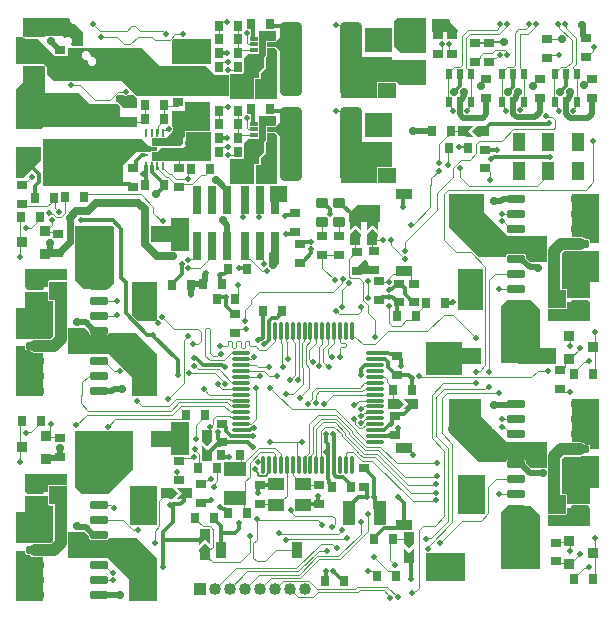
<source format=gtl>
G04*
G04 #@! TF.GenerationSoftware,Altium Limited,Altium Designer,24.9.1 (31)*
G04*
G04 Layer_Physical_Order=1*
G04 Layer_Color=255*
%FSLAX44Y44*%
%MOMM*%
G71*
G04*
G04 #@! TF.SameCoordinates,22428939-7FEC-4B67-BCAF-D19850B6772B*
G04*
G04*
G04 #@! TF.FilePolarity,Positive*
G04*
G01*
G75*
%ADD10C,0.1500*%
%ADD11C,0.2000*%
%ADD14C,0.1000*%
G04:AMPARAMS|DCode=15|XSize=0.7mm|YSize=0.9mm|CornerRadius=0.035mm|HoleSize=0mm|Usage=FLASHONLY|Rotation=180.000|XOffset=0mm|YOffset=0mm|HoleType=Round|Shape=RoundedRectangle|*
%AMROUNDEDRECTD15*
21,1,0.7000,0.8300,0,0,180.0*
21,1,0.6300,0.9000,0,0,180.0*
1,1,0.0700,-0.3150,0.4150*
1,1,0.0700,0.3150,0.4150*
1,1,0.0700,0.3150,-0.4150*
1,1,0.0700,-0.3150,-0.4150*
%
%ADD15ROUNDEDRECTD15*%
G04:AMPARAMS|DCode=16|XSize=3.3mm|YSize=1.3mm|CornerRadius=0.065mm|HoleSize=0mm|Usage=FLASHONLY|Rotation=180.000|XOffset=0mm|YOffset=0mm|HoleType=Round|Shape=RoundedRectangle|*
%AMROUNDEDRECTD16*
21,1,3.3000,1.1700,0,0,180.0*
21,1,3.1700,1.3000,0,0,180.0*
1,1,0.1300,-1.5850,0.5850*
1,1,0.1300,1.5850,0.5850*
1,1,0.1300,1.5850,-0.5850*
1,1,0.1300,-1.5850,-0.5850*
%
%ADD16ROUNDEDRECTD16*%
G04:AMPARAMS|DCode=17|XSize=0.3mm|YSize=0.67mm|CornerRadius=0.0375mm|HoleSize=0mm|Usage=FLASHONLY|Rotation=270.000|XOffset=0mm|YOffset=0mm|HoleType=Round|Shape=RoundedRectangle|*
%AMROUNDEDRECTD17*
21,1,0.3000,0.5950,0,0,270.0*
21,1,0.2250,0.6700,0,0,270.0*
1,1,0.0750,-0.2975,-0.1125*
1,1,0.0750,-0.2975,0.1125*
1,1,0.0750,0.2975,0.1125*
1,1,0.0750,0.2975,-0.1125*
%
%ADD17ROUNDEDRECTD17*%
G04:AMPARAMS|DCode=18|XSize=0.8128mm|YSize=0.9mm|CornerRadius=0.0406mm|HoleSize=0mm|Usage=FLASHONLY|Rotation=180.000|XOffset=0mm|YOffset=0mm|HoleType=Round|Shape=RoundedRectangle|*
%AMROUNDEDRECTD18*
21,1,0.8128,0.8187,0,0,180.0*
21,1,0.7315,0.9000,0,0,180.0*
1,1,0.0813,-0.3658,0.4094*
1,1,0.0813,0.3658,0.4094*
1,1,0.0813,0.3658,-0.4094*
1,1,0.0813,-0.3658,-0.4094*
%
%ADD18ROUNDEDRECTD18*%
G04:AMPARAMS|DCode=19|XSize=0.8128mm|YSize=0.9mm|CornerRadius=0.0406mm|HoleSize=0mm|Usage=FLASHONLY|Rotation=90.000|XOffset=0mm|YOffset=0mm|HoleType=Round|Shape=RoundedRectangle|*
%AMROUNDEDRECTD19*
21,1,0.8128,0.8187,0,0,90.0*
21,1,0.7315,0.9000,0,0,90.0*
1,1,0.0813,0.4094,0.3658*
1,1,0.0813,0.4094,-0.3658*
1,1,0.0813,-0.4094,-0.3658*
1,1,0.0813,-0.4094,0.3658*
%
%ADD19ROUNDEDRECTD19*%
G04:AMPARAMS|DCode=20|XSize=3.3mm|YSize=1.3mm|CornerRadius=0.065mm|HoleSize=0mm|Usage=FLASHONLY|Rotation=90.000|XOffset=0mm|YOffset=0mm|HoleType=Round|Shape=RoundedRectangle|*
%AMROUNDEDRECTD20*
21,1,3.3000,1.1700,0,0,90.0*
21,1,3.1700,1.3000,0,0,90.0*
1,1,0.1300,0.5850,1.5850*
1,1,0.1300,0.5850,-1.5850*
1,1,0.1300,-0.5850,-1.5850*
1,1,0.1300,-0.5850,1.5850*
%
%ADD20ROUNDEDRECTD20*%
G04:AMPARAMS|DCode=21|XSize=1.15mm|YSize=1.9mm|CornerRadius=0.0575mm|HoleSize=0mm|Usage=FLASHONLY|Rotation=270.000|XOffset=0mm|YOffset=0mm|HoleType=Round|Shape=RoundedRectangle|*
%AMROUNDEDRECTD21*
21,1,1.1500,1.7850,0,0,270.0*
21,1,1.0350,1.9000,0,0,270.0*
1,1,0.1150,-0.8925,-0.5175*
1,1,0.1150,-0.8925,0.5175*
1,1,0.1150,0.8925,0.5175*
1,1,0.1150,0.8925,-0.5175*
%
%ADD21ROUNDEDRECTD21*%
G04:AMPARAMS|DCode=22|XSize=1.3mm|YSize=1.1mm|CornerRadius=0.055mm|HoleSize=0mm|Usage=FLASHONLY|Rotation=180.000|XOffset=0mm|YOffset=0mm|HoleType=Round|Shape=RoundedRectangle|*
%AMROUNDEDRECTD22*
21,1,1.3000,0.9900,0,0,180.0*
21,1,1.1900,1.1000,0,0,180.0*
1,1,0.1100,-0.5950,0.4950*
1,1,0.1100,0.5950,0.4950*
1,1,0.1100,0.5950,-0.4950*
1,1,0.1100,-0.5950,-0.4950*
%
%ADD22ROUNDEDRECTD22*%
G04:AMPARAMS|DCode=23|XSize=0.6mm|YSize=1.45mm|CornerRadius=0.075mm|HoleSize=0mm|Usage=FLASHONLY|Rotation=90.000|XOffset=0mm|YOffset=0mm|HoleType=Round|Shape=RoundedRectangle|*
%AMROUNDEDRECTD23*
21,1,0.6000,1.3000,0,0,90.0*
21,1,0.4500,1.4500,0,0,90.0*
1,1,0.1500,0.6500,0.2250*
1,1,0.1500,0.6500,-0.2250*
1,1,0.1500,-0.6500,-0.2250*
1,1,0.1500,-0.6500,0.2250*
%
%ADD23ROUNDEDRECTD23*%
G04:AMPARAMS|DCode=24|XSize=0.55mm|YSize=0.8mm|CornerRadius=0.0688mm|HoleSize=0mm|Usage=FLASHONLY|Rotation=0.000|XOffset=0mm|YOffset=0mm|HoleType=Round|Shape=RoundedRectangle|*
%AMROUNDEDRECTD24*
21,1,0.5500,0.6625,0,0,0.0*
21,1,0.4125,0.8000,0,0,0.0*
1,1,0.1375,0.2063,-0.3313*
1,1,0.1375,-0.2063,-0.3313*
1,1,0.1375,-0.2063,0.3313*
1,1,0.1375,0.2063,0.3313*
%
%ADD24ROUNDEDRECTD24*%
G04:AMPARAMS|DCode=25|XSize=1.47mm|YSize=0.3mm|CornerRadius=0.0375mm|HoleSize=0mm|Usage=FLASHONLY|Rotation=90.000|XOffset=0mm|YOffset=0mm|HoleType=Round|Shape=RoundedRectangle|*
%AMROUNDEDRECTD25*
21,1,1.4700,0.2250,0,0,90.0*
21,1,1.3950,0.3000,0,0,90.0*
1,1,0.0750,0.1125,0.6975*
1,1,0.0750,0.1125,-0.6975*
1,1,0.0750,-0.1125,-0.6975*
1,1,0.0750,-0.1125,0.6975*
%
%ADD25ROUNDEDRECTD25*%
G04:AMPARAMS|DCode=26|XSize=0.3mm|YSize=1.47mm|CornerRadius=0.0375mm|HoleSize=0mm|Usage=FLASHONLY|Rotation=90.000|XOffset=0mm|YOffset=0mm|HoleType=Round|Shape=RoundedRectangle|*
%AMROUNDEDRECTD26*
21,1,0.3000,1.3950,0,0,90.0*
21,1,0.2250,1.4700,0,0,90.0*
1,1,0.0750,0.6975,0.1125*
1,1,0.0750,0.6975,-0.1125*
1,1,0.0750,-0.6975,-0.1125*
1,1,0.0750,-0.6975,0.1125*
%
%ADD26ROUNDEDRECTD26*%
%ADD27R,1.0000X1.6000*%
%ADD28R,1.4000X0.9000*%
%ADD29R,0.9000X1.4000*%
G04:AMPARAMS|DCode=30|XSize=0.7mm|YSize=0.9mm|CornerRadius=0.035mm|HoleSize=0mm|Usage=FLASHONLY|Rotation=90.000|XOffset=0mm|YOffset=0mm|HoleType=Round|Shape=RoundedRectangle|*
%AMROUNDEDRECTD30*
21,1,0.7000,0.8300,0,0,90.0*
21,1,0.6300,0.9000,0,0,90.0*
1,1,0.0700,0.4150,0.3150*
1,1,0.0700,0.4150,-0.3150*
1,1,0.0700,-0.4150,-0.3150*
1,1,0.0700,-0.4150,0.3150*
%
%ADD30ROUNDEDRECTD30*%
G04:AMPARAMS|DCode=31|XSize=0.8mm|YSize=1mm|CornerRadius=0.04mm|HoleSize=0mm|Usage=FLASHONLY|Rotation=270.000|XOffset=0mm|YOffset=0mm|HoleType=Round|Shape=RoundedRectangle|*
%AMROUNDEDRECTD31*
21,1,0.8000,0.9200,0,0,270.0*
21,1,0.7200,1.0000,0,0,270.0*
1,1,0.0800,-0.4600,-0.3600*
1,1,0.0800,-0.4600,0.3600*
1,1,0.0800,0.4600,0.3600*
1,1,0.0800,0.4600,-0.3600*
%
%ADD31ROUNDEDRECTD31*%
G04:AMPARAMS|DCode=32|XSize=6.2mm|YSize=1.8mm|CornerRadius=0.225mm|HoleSize=0mm|Usage=FLASHONLY|Rotation=90.000|XOffset=0mm|YOffset=0mm|HoleType=Round|Shape=RoundedRectangle|*
%AMROUNDEDRECTD32*
21,1,6.2000,1.3500,0,0,90.0*
21,1,5.7500,1.8000,0,0,90.0*
1,1,0.4500,0.6750,2.8750*
1,1,0.4500,0.6750,-2.8750*
1,1,0.4500,-0.6750,-2.8750*
1,1,0.4500,-0.6750,2.8750*
%
%ADD32ROUNDEDRECTD32*%
G04:AMPARAMS|DCode=33|XSize=6.2mm|YSize=1.8mm|CornerRadius=0.225mm|HoleSize=0mm|Usage=FLASHONLY|Rotation=180.000|XOffset=0mm|YOffset=0mm|HoleType=Round|Shape=RoundedRectangle|*
%AMROUNDEDRECTD33*
21,1,6.2000,1.3500,0,0,180.0*
21,1,5.7500,1.8000,0,0,180.0*
1,1,0.4500,-2.8750,0.6750*
1,1,0.4500,2.8750,0.6750*
1,1,0.4500,2.8750,-0.6750*
1,1,0.4500,-2.8750,-0.6750*
%
%ADD33ROUNDEDRECTD33*%
G04:AMPARAMS|DCode=34|XSize=0.76mm|YSize=2.4mm|CornerRadius=0.095mm|HoleSize=0mm|Usage=FLASHONLY|Rotation=0.000|XOffset=0mm|YOffset=0mm|HoleType=Round|Shape=RoundedRectangle|*
%AMROUNDEDRECTD34*
21,1,0.7600,2.2100,0,0,0.0*
21,1,0.5700,2.4000,0,0,0.0*
1,1,0.1900,0.2850,-1.1050*
1,1,0.1900,-0.2850,-1.1050*
1,1,0.1900,-0.2850,1.1050*
1,1,0.1900,0.2850,1.1050*
%
%ADD34ROUNDEDRECTD34*%
G04:AMPARAMS|DCode=35|XSize=0.8mm|YSize=0.9mm|CornerRadius=0.04mm|HoleSize=0mm|Usage=FLASHONLY|Rotation=90.000|XOffset=0mm|YOffset=0mm|HoleType=Round|Shape=RoundedRectangle|*
%AMROUNDEDRECTD35*
21,1,0.8000,0.8200,0,0,90.0*
21,1,0.7200,0.9000,0,0,90.0*
1,1,0.0800,0.4100,0.3600*
1,1,0.0800,0.4100,-0.3600*
1,1,0.0800,-0.4100,-0.3600*
1,1,0.0800,-0.4100,0.3600*
%
%ADD35ROUNDEDRECTD35*%
G04:AMPARAMS|DCode=36|XSize=1.6mm|YSize=1.9mm|CornerRadius=0.2mm|HoleSize=0mm|Usage=FLASHONLY|Rotation=90.000|XOffset=0mm|YOffset=0mm|HoleType=Round|Shape=RoundedRectangle|*
%AMROUNDEDRECTD36*
21,1,1.6000,1.5000,0,0,90.0*
21,1,1.2000,1.9000,0,0,90.0*
1,1,0.4000,0.7500,0.6000*
1,1,0.4000,0.7500,-0.6000*
1,1,0.4000,-0.7500,-0.6000*
1,1,0.4000,-0.7500,0.6000*
%
%ADD36ROUNDEDRECTD36*%
G04:AMPARAMS|DCode=37|XSize=1.1mm|YSize=2mm|CornerRadius=0.055mm|HoleSize=0mm|Usage=FLASHONLY|Rotation=0.000|XOffset=0mm|YOffset=0mm|HoleType=Round|Shape=RoundedRectangle|*
%AMROUNDEDRECTD37*
21,1,1.1000,1.8900,0,0,0.0*
21,1,0.9900,2.0000,0,0,0.0*
1,1,0.1100,0.4950,-0.9450*
1,1,0.1100,-0.4950,-0.9450*
1,1,0.1100,-0.4950,0.9450*
1,1,0.1100,0.4950,0.9450*
%
%ADD37ROUNDEDRECTD37*%
G04:AMPARAMS|DCode=38|XSize=1.1mm|YSize=2mm|CornerRadius=0.055mm|HoleSize=0mm|Usage=FLASHONLY|Rotation=270.000|XOffset=0mm|YOffset=0mm|HoleType=Round|Shape=RoundedRectangle|*
%AMROUNDEDRECTD38*
21,1,1.1000,1.8900,0,0,270.0*
21,1,0.9900,2.0000,0,0,270.0*
1,1,0.1100,-0.9450,-0.4950*
1,1,0.1100,-0.9450,0.4950*
1,1,0.1100,0.9450,0.4950*
1,1,0.1100,0.9450,-0.4950*
%
%ADD38ROUNDEDRECTD38*%
G04:AMPARAMS|DCode=65|XSize=1.4mm|YSize=0.25mm|CornerRadius=0.05mm|HoleSize=0mm|Usage=FLASHONLY|Rotation=180.000|XOffset=0mm|YOffset=0mm|HoleType=Round|Shape=RoundedRectangle|*
%AMROUNDEDRECTD65*
21,1,1.4000,0.1500,0,0,180.0*
21,1,1.3000,0.2500,0,0,180.0*
1,1,0.1000,-0.6500,0.0750*
1,1,0.1000,0.6500,0.0750*
1,1,0.1000,0.6500,-0.0750*
1,1,0.1000,-0.6500,-0.0750*
%
%ADD65ROUNDEDRECTD65*%
G04:AMPARAMS|DCode=66|XSize=0.6mm|YSize=0.25mm|CornerRadius=0.05mm|HoleSize=0mm|Usage=FLASHONLY|Rotation=180.000|XOffset=0mm|YOffset=0mm|HoleType=Round|Shape=RoundedRectangle|*
%AMROUNDEDRECTD66*
21,1,0.6000,0.1500,0,0,180.0*
21,1,0.5000,0.2500,0,0,180.0*
1,1,0.1000,-0.2500,0.0750*
1,1,0.1000,0.2500,0.0750*
1,1,0.1000,0.2500,-0.0750*
1,1,0.1000,-0.2500,-0.0750*
%
%ADD66ROUNDEDRECTD66*%
G04:AMPARAMS|DCode=67|XSize=0.25mm|YSize=0.6mm|CornerRadius=0.05mm|HoleSize=0mm|Usage=FLASHONLY|Rotation=180.000|XOffset=0mm|YOffset=0mm|HoleType=Round|Shape=RoundedRectangle|*
%AMROUNDEDRECTD67*
21,1,0.2500,0.5000,0,0,180.0*
21,1,0.1500,0.6000,0,0,180.0*
1,1,0.1000,-0.0750,0.2500*
1,1,0.1000,0.0750,0.2500*
1,1,0.1000,0.0750,-0.2500*
1,1,0.1000,-0.0750,-0.2500*
%
%ADD67ROUNDEDRECTD67*%
%ADD68C,0.3000*%
%ADD69C,0.1200*%
%ADD70C,0.1100*%
%ADD71C,0.7000*%
%ADD72C,0.6000*%
%ADD73C,0.5000*%
%ADD74C,0.1600*%
%ADD75C,1.0000*%
%ADD76C,1.0100*%
%ADD77R,1.0100X1.0100*%
%ADD78C,0.5000*%
%ADD79C,0.7000*%
G36*
X1370500Y994793D02*
X1370500Y993000D01*
X1377500Y986000D01*
Y984500D01*
X1355500D01*
Y995500D01*
X1369793D01*
X1370500Y994793D01*
D02*
G37*
G36*
X1049032Y994968D02*
X1049022Y994903D01*
X1049007Y994742D01*
X1049000Y994581D01*
Y994419D01*
X1049007Y994258D01*
X1049022Y994097D01*
X1049045Y993936D01*
X1049074Y993777D01*
X1049111Y993620D01*
X1049156Y993464D01*
X1049207Y993311D01*
X1049266Y993160D01*
X1049331Y993012D01*
X1049403Y992868D01*
X1049482Y992726D01*
X1049567Y992589D01*
X1049658Y992455D01*
X1049756Y992326D01*
X1049859Y992202D01*
X1049968Y992082D01*
X1050082Y991968D01*
X1050202Y991859D01*
X1050326Y991756D01*
X1050455Y991658D01*
X1050589Y991567D01*
X1050726Y991482D01*
X1050867Y991403D01*
X1051012Y991331D01*
X1051160Y991266D01*
X1051311Y991207D01*
X1051464Y991156D01*
X1051620Y991112D01*
X1051777Y991074D01*
X1051936Y991045D01*
X1052096Y991022D01*
X1052258Y991008D01*
X1052419Y991000D01*
X1052581D01*
X1052742Y991008D01*
X1052904Y991022D01*
X1052969Y991031D01*
X1060000Y984000D01*
Y978803D01*
X1059982Y978774D01*
X1059903Y978633D01*
X1059831Y978488D01*
X1059766Y978340D01*
X1059707Y978189D01*
X1059656Y978036D01*
X1059612Y977880D01*
X1059575Y977723D01*
X1059545Y977564D01*
X1059522Y977403D01*
X1059508Y977242D01*
X1059500Y977081D01*
Y976919D01*
X1059508Y976758D01*
X1059522Y976597D01*
X1059545Y976436D01*
X1059575Y976277D01*
X1059612Y976120D01*
X1059656Y975964D01*
X1059707Y975811D01*
X1059766Y975660D01*
X1059831Y975512D01*
X1059903Y975368D01*
X1059982Y975226D01*
X1060000Y975197D01*
Y972500D01*
X1051500D01*
X1049475Y974525D01*
X1049532Y974582D01*
X1049641Y974702D01*
X1049744Y974826D01*
X1049842Y974955D01*
X1049933Y975089D01*
X1050018Y975226D01*
X1050097Y975368D01*
X1050169Y975512D01*
X1050234Y975660D01*
X1050293Y975811D01*
X1050344Y975964D01*
X1050388Y976120D01*
X1050425Y976277D01*
X1050455Y976436D01*
X1050478Y976597D01*
X1050492Y976758D01*
X1050500Y976919D01*
Y977081D01*
X1050492Y977242D01*
X1050478Y977403D01*
X1050455Y977564D01*
X1050425Y977723D01*
X1050388Y977880D01*
X1050344Y978036D01*
X1050293Y978189D01*
X1050234Y978340D01*
X1050169Y978488D01*
X1050097Y978633D01*
X1050018Y978774D01*
X1049933Y978911D01*
X1049842Y979045D01*
X1049744Y979174D01*
X1049641Y979298D01*
X1049532Y979418D01*
X1049418Y979532D01*
X1049298Y979641D01*
X1049174Y979744D01*
X1049045Y979842D01*
X1048911Y979933D01*
X1048774Y980018D01*
X1048632Y980097D01*
X1048488Y980169D01*
X1048340Y980234D01*
X1048189Y980293D01*
X1048036Y980344D01*
X1047880Y980388D01*
X1047723Y980425D01*
X1047564Y980455D01*
X1047403Y980478D01*
X1047242Y980492D01*
X1047081Y980500D01*
X1046919D01*
X1046758Y980492D01*
X1046597Y980478D01*
X1046436Y980455D01*
X1046277Y980425D01*
X1046120Y980388D01*
X1045964Y980344D01*
X1045811Y980293D01*
X1045660Y980234D01*
X1045512Y980169D01*
X1045368Y980097D01*
X1045226Y980018D01*
X1045089Y979933D01*
X1044955Y979842D01*
X1044826Y979744D01*
X1044702Y979641D01*
X1044582Y979532D01*
X1044525Y979475D01*
X1042500Y981500D01*
X1009000D01*
Y996000D01*
X1048000D01*
X1049032Y994968D01*
D02*
G37*
G36*
X1321502Y967994D02*
X1298502D01*
Y987994D01*
X1321502D01*
Y967994D01*
D02*
G37*
G36*
X1232002D02*
X1227002D01*
X1222996Y972000D01*
X1216000D01*
Y976000D01*
X1223008D01*
X1227002Y979994D01*
X1232002D01*
Y967994D01*
D02*
G37*
G36*
X1350500Y966652D02*
X1328848D01*
X1323000Y972500D01*
Y994000D01*
X1325500Y996500D01*
X1350500D01*
X1350500Y966652D01*
D02*
G37*
G36*
X1223502Y977909D02*
X1222593Y977001D01*
X1216000D01*
X1215913Y976997D01*
X1215826Y976986D01*
X1215741Y976967D01*
X1215658Y976941D01*
X1215577Y976907D01*
X1215499Y976867D01*
X1215426Y976820D01*
X1215357Y976767D01*
X1215292Y976708D01*
X1215233Y976643D01*
X1215180Y976574D01*
X1215133Y976500D01*
X1215093Y976423D01*
X1215059Y976342D01*
X1215033Y976259D01*
X1215014Y976174D01*
X1215003Y976087D01*
X1214999Y976000D01*
Y972000D01*
X1215002Y971938D01*
Y971061D01*
X1214999Y970999D01*
Y964991D01*
X1213002Y962994D01*
Y954994D01*
X1208502Y950494D01*
Y945501D01*
X1205500D01*
X1205413Y945497D01*
X1205326Y945486D01*
X1205241Y945467D01*
X1205158Y945441D01*
X1205077Y945407D01*
X1204999Y945367D01*
X1204926Y945320D01*
X1204857Y945267D01*
X1204792Y945208D01*
X1204733Y945143D01*
X1204680Y945074D01*
X1204633Y945001D01*
X1204593Y944923D01*
X1204559Y944842D01*
X1204533Y944759D01*
X1204514Y944674D01*
X1204503Y944587D01*
X1204499Y944500D01*
Y938628D01*
X1204500Y938607D01*
X1204500Y938587D01*
X1204501Y938566D01*
Y938421D01*
X1204500Y938401D01*
X1204500Y938381D01*
X1204499Y938360D01*
Y931628D01*
X1204500Y931607D01*
X1204500Y931587D01*
X1204501Y931566D01*
Y931421D01*
X1204500Y931401D01*
X1204500Y931380D01*
X1204499Y931360D01*
Y927500D01*
X1204493Y927494D01*
X1185002D01*
X1184502Y927994D01*
Y948994D01*
X1194814D01*
X1195999Y950579D01*
X1196001Y961993D01*
X1200002Y965994D01*
X1207709Y965994D01*
X1208002Y965994D01*
X1208502Y966494D01*
X1208502Y966851D01*
X1208550Y966896D01*
X1208616Y966968D01*
X1208678Y967044D01*
X1208734Y967125D01*
X1208784Y967209D01*
X1208828Y967297D01*
X1208866Y967388D01*
X1208897Y967481D01*
X1208921Y967576D01*
X1208939Y967673D01*
X1208949Y967771D01*
X1208953Y967869D01*
Y970119D01*
X1208949Y970217D01*
X1208939Y970315D01*
X1208921Y970411D01*
X1208897Y970507D01*
X1208866Y970600D01*
X1208828Y970690D01*
X1208784Y970778D01*
X1208734Y970863D01*
X1208678Y970943D01*
X1208616Y971020D01*
X1208550Y971896D01*
X1208616Y971968D01*
X1208678Y972044D01*
X1208734Y972125D01*
X1208784Y972209D01*
X1208828Y972297D01*
X1208866Y972388D01*
X1208897Y972481D01*
X1208921Y972576D01*
X1208939Y972673D01*
X1208949Y972771D01*
X1208953Y972869D01*
Y975119D01*
X1208949Y975217D01*
X1208939Y975315D01*
X1208921Y975411D01*
X1208897Y975507D01*
X1208866Y975600D01*
X1208828Y975690D01*
X1208784Y975778D01*
X1208734Y975863D01*
X1208678Y975943D01*
X1208616Y976020D01*
X1208550Y976896D01*
X1208616Y976968D01*
X1208678Y977044D01*
X1208734Y977125D01*
X1208784Y977209D01*
X1208828Y977297D01*
X1208866Y977388D01*
X1208897Y977481D01*
X1208921Y977576D01*
X1208939Y977673D01*
X1208949Y977771D01*
X1208953Y977869D01*
Y980119D01*
X1208949Y980217D01*
X1208939Y980315D01*
X1208921Y980411D01*
X1208897Y980506D01*
X1208866Y980600D01*
X1208828Y980690D01*
X1208784Y980778D01*
X1208734Y980863D01*
X1208678Y980943D01*
X1208616Y981020D01*
X1208550Y981092D01*
X1208502Y981136D01*
Y985500D01*
X1223502D01*
Y977909D01*
D02*
G37*
G36*
X1168500Y957000D02*
X1135500D01*
Y977736D01*
X1136264Y978500D01*
X1168500D01*
Y957000D01*
D02*
G37*
G36*
X1321502Y961000D02*
X1350000D01*
Y940000D01*
X1328000D01*
X1326000Y942000D01*
X1321502D01*
Y941995D01*
X1319979D01*
X1319962Y941994D01*
X1319944Y941994D01*
X1319934Y941994D01*
X1309502D01*
X1309415Y941990D01*
X1309328Y941979D01*
X1309243Y941960D01*
X1309159Y941933D01*
X1309079Y941900D01*
X1309001Y941860D01*
X1308928Y941813D01*
X1308858Y941760D01*
X1308794Y941701D01*
X1308735Y941636D01*
X1308682Y941567D01*
X1308635Y941494D01*
D01*
X1308635Y941493D01*
X1308595Y941416D01*
X1308561Y941335D01*
X1308535Y941252D01*
X1308516Y941167D01*
X1308505Y941080D01*
X1308501Y940993D01*
Y928994D01*
X1278002D01*
Y943494D01*
X1291502D01*
Y963494D01*
X1321502D01*
Y961000D01*
D02*
G37*
G36*
X1106000Y928500D02*
Y920500D01*
X1094000D01*
X1089500Y925000D01*
X1088000D01*
Y930236D01*
X1089264Y931500D01*
X1093550D01*
X1093582Y931468D01*
X1093702Y931359D01*
X1093826Y931256D01*
X1093955Y931158D01*
X1094089Y931067D01*
X1094226Y930982D01*
X1094368Y930903D01*
X1094512Y930831D01*
X1094660Y930766D01*
X1094811Y930707D01*
X1094964Y930656D01*
X1095120Y930611D01*
X1095277Y930574D01*
X1095436Y930545D01*
X1095596Y930522D01*
X1095758Y930508D01*
X1095919Y930500D01*
X1096081D01*
X1096242Y930508D01*
X1096403Y930522D01*
X1096564Y930545D01*
X1096723Y930574D01*
X1096880Y930611D01*
X1097036Y930656D01*
X1097189Y930707D01*
X1097340Y930766D01*
X1097488Y930831D01*
X1097633Y930903D01*
X1097774Y930982D01*
X1097911Y931067D01*
X1098045Y931158D01*
X1098174Y931256D01*
X1098298Y931359D01*
X1098418Y931468D01*
X1098450Y931500D01*
X1103000D01*
X1106000Y928500D01*
D02*
G37*
G36*
X1008776Y979985D02*
X1008878Y979878D01*
X1008985Y979777D01*
X1009096Y979680D01*
X1009212Y979590D01*
X1009333Y979505D01*
X1009457Y979426D01*
X1009585Y979353D01*
X1009717Y979287D01*
X1009852Y979228D01*
X1009989Y979174D01*
X1010129Y979128D01*
X1010271Y979089D01*
X1010415Y979057D01*
X1010560Y979032D01*
X1010706Y979014D01*
X1010853Y979003D01*
X1011000Y978999D01*
X1021501D01*
X1036000Y964500D01*
X1047500D01*
Y971000D01*
X1110000D01*
X1125500Y955500D01*
X1164000D01*
X1171000Y948500D01*
X1183501D01*
Y930000D01*
X1106000D01*
X1093000Y943000D01*
X1084000D01*
Y943049D01*
X1035000Y943000D01*
X1029001Y948999D01*
Y954000D01*
X1029000Y954036D01*
Y955216D01*
X1028347Y955869D01*
X1028320Y955904D01*
X1028223Y956015D01*
X1028122Y956122D01*
X1028015Y956224D01*
X1027904Y956320D01*
X1027869Y956347D01*
X1026716Y957500D01*
X1003500D01*
X1003001Y957999D01*
Y980000D01*
X1008763D01*
X1008776Y979985D01*
D02*
G37*
G36*
X1325002Y928994D02*
X1309502D01*
Y940993D01*
X1319952D01*
X1319979Y940994D01*
X1325002D01*
Y928994D01*
D02*
G37*
G36*
X1224502Y968998D02*
X1224502Y928287D01*
X1223709Y927494D01*
X1211002D01*
Y927500D01*
X1205500D01*
Y931360D01*
X1205502Y931401D01*
Y931587D01*
X1205500Y931628D01*
Y938360D01*
X1205502Y938401D01*
Y938587D01*
X1205500Y938628D01*
Y944500D01*
X1211002D01*
Y949494D01*
X1214502Y952994D01*
Y963002D01*
X1216000Y964500D01*
Y970999D01*
X1222501D01*
X1224502Y968998D01*
D02*
G37*
G36*
X1028000Y932500D02*
X1056500Y932500D01*
X1065500Y923500D01*
X1089584D01*
X1091000Y922084D01*
Y912500D01*
X1106000D01*
Y904500D01*
X1026000D01*
X1024000Y902500D01*
X1003001D01*
Y931000D01*
Y936459D01*
X1009045Y942000D01*
X1028000Y942000D01*
Y932500D01*
D02*
G37*
G36*
X1167456Y912139D02*
Y901001D01*
X1161562D01*
X1161470Y901024D01*
X1161289Y901062D01*
X1161105Y901093D01*
X1160920Y901116D01*
X1160735Y901131D01*
X1160549Y901139D01*
X1160363D01*
X1160177Y901131D01*
X1159992Y901116D01*
X1159807Y901093D01*
X1159624Y901062D01*
X1159442Y901024D01*
X1159350Y901001D01*
X1154562D01*
X1154471Y901024D01*
X1154288Y901062D01*
X1154105Y901093D01*
X1153920Y901116D01*
X1153735Y901131D01*
X1153549Y901139D01*
X1153363D01*
X1153177Y901131D01*
X1152992Y901116D01*
X1152807Y901093D01*
X1152624Y901062D01*
X1152441Y901024D01*
X1152350Y901001D01*
X1146956D01*
X1146869Y900997D01*
X1146782Y900986D01*
X1146697Y900967D01*
X1146614Y900941D01*
X1146533Y900907D01*
X1146456Y900867D01*
X1146382Y900820D01*
X1146313Y900767D01*
X1146248Y900708D01*
X1146189Y900643D01*
X1146136Y900574D01*
X1146089Y900500D01*
X1146049Y900423D01*
X1146015Y900342D01*
X1145989Y900259D01*
X1145970Y900174D01*
X1145959Y900087D01*
X1145955Y900000D01*
Y896638D01*
X1144456Y895139D01*
Y890139D01*
X1142456Y888139D01*
X1117956D01*
Y894639D01*
X1129956D01*
X1134956Y899639D01*
Y900006D01*
X1135032Y900082D01*
X1135141Y900202D01*
X1135244Y900326D01*
X1135342Y900455D01*
X1135433Y900589D01*
X1135518Y900726D01*
X1135597Y900867D01*
X1135669Y901012D01*
X1135734Y901160D01*
X1135793Y901311D01*
X1135844Y901464D01*
X1135889Y901620D01*
X1135926Y901777D01*
X1135955Y901936D01*
X1135978Y902096D01*
X1135993Y902258D01*
X1136000Y902419D01*
Y902581D01*
X1135993Y902742D01*
X1135978Y902904D01*
X1135955Y903064D01*
X1135926Y903223D01*
X1135889Y903380D01*
X1135844Y903536D01*
X1135793Y903689D01*
X1135734Y903840D01*
X1135669Y903988D01*
X1135597Y904133D01*
X1135518Y904274D01*
X1135433Y904411D01*
X1135342Y904545D01*
X1135244Y904674D01*
X1135141Y904798D01*
X1135032Y904918D01*
X1134956Y904994D01*
Y917500D01*
X1146456D01*
Y925500D01*
X1167456D01*
Y912139D01*
D02*
G37*
G36*
X1396532Y896000D02*
X1394000D01*
X1389500Y900500D01*
X1394000Y905000D01*
X1396532D01*
Y896000D01*
D02*
G37*
G36*
X1386000Y900500D02*
X1386000D01*
X1390500Y896000D01*
X1383833Y896000D01*
Y900500D01*
Y905000D01*
X1390500D01*
X1386000Y900500D01*
D02*
G37*
G36*
X1321500Y896000D02*
X1298500D01*
Y916000D01*
X1321500D01*
Y896000D01*
D02*
G37*
G36*
X1232000D02*
X1227000D01*
X1223000Y900000D01*
X1215500Y900000D01*
Y904000D01*
X1223000D01*
X1227000Y908000D01*
X1232000D01*
Y896000D01*
D02*
G37*
G36*
X1223500Y905916D02*
X1222585Y905001D01*
X1215500D01*
X1215413Y904997D01*
X1215326Y904986D01*
X1215241Y904967D01*
X1215158Y904941D01*
X1215077Y904907D01*
X1214999Y904867D01*
X1214926Y904820D01*
X1214857Y904767D01*
X1214792Y904708D01*
X1214733Y904643D01*
X1214680Y904574D01*
X1214633Y904501D01*
X1214593Y904423D01*
X1214559Y904342D01*
X1214533Y904259D01*
X1214514Y904174D01*
X1214503Y904087D01*
X1214499Y904000D01*
Y900000D01*
X1214503Y899913D01*
X1214514Y899826D01*
X1214533Y899741D01*
X1214559Y899658D01*
X1214593Y899577D01*
X1214633Y899500D01*
X1214680Y899426D01*
X1214733Y899357D01*
X1214792Y899292D01*
X1214857Y899233D01*
X1214926Y899180D01*
X1214999Y899133D01*
X1215000Y899133D01*
Y899019D01*
X1214999Y898997D01*
Y892999D01*
X1213000Y891000D01*
Y883000D01*
X1208500Y878500D01*
Y873001D01*
X1206000D01*
X1205913Y872997D01*
X1205826Y872986D01*
X1205741Y872967D01*
X1205658Y872941D01*
X1205577Y872907D01*
X1205499Y872867D01*
X1205426Y872820D01*
X1205357Y872767D01*
X1205292Y872708D01*
X1205233Y872643D01*
X1205180Y872574D01*
X1205133Y872501D01*
X1205093Y872423D01*
X1205059Y872342D01*
X1205033Y872259D01*
X1205014Y872174D01*
X1205003Y872087D01*
X1204999Y872000D01*
Y855500D01*
X1185000D01*
X1184500Y856000D01*
Y877000D01*
X1196500D01*
Y890500D01*
X1200000Y894000D01*
X1207707Y894000D01*
X1208000Y894000D01*
X1208500Y894500D01*
X1208500Y894857D01*
X1208548Y894902D01*
X1208615Y894974D01*
X1208676Y895051D01*
X1208733Y895131D01*
X1208783Y895216D01*
X1208827Y895303D01*
X1208864Y895394D01*
X1208895Y895487D01*
X1208919Y895583D01*
X1208937Y895679D01*
X1208947Y895777D01*
X1208951Y895875D01*
Y898125D01*
X1208947Y898223D01*
X1208937Y898321D01*
X1208919Y898417D01*
X1208895Y898513D01*
X1208864Y898606D01*
X1208827Y898697D01*
X1208783Y898784D01*
X1208733Y898869D01*
X1208676Y898950D01*
X1208615Y899026D01*
X1208548Y899902D01*
X1208615Y899974D01*
X1208676Y900050D01*
X1208733Y900131D01*
X1208783Y900216D01*
X1208827Y900303D01*
X1208864Y900394D01*
X1208895Y900487D01*
X1208919Y900583D01*
X1208937Y900679D01*
X1208947Y900777D01*
X1208951Y900875D01*
Y903125D01*
X1208947Y903223D01*
X1208937Y903321D01*
X1208919Y903417D01*
X1208895Y903513D01*
X1208864Y903606D01*
X1208827Y903697D01*
X1208783Y903784D01*
X1208733Y903869D01*
X1208676Y903950D01*
X1208615Y904026D01*
X1208548Y904098D01*
Y904902D01*
X1208615Y904974D01*
X1208676Y905050D01*
X1208733Y905131D01*
X1208783Y905216D01*
X1208827Y905303D01*
X1208864Y905394D01*
X1208895Y905487D01*
X1208919Y905583D01*
X1208937Y905679D01*
X1208947Y905777D01*
X1208951Y905875D01*
Y908125D01*
X1208947Y908223D01*
X1208937Y908321D01*
X1208919Y908417D01*
X1208895Y908513D01*
X1208864Y908606D01*
X1208827Y908697D01*
X1208783Y908784D01*
X1208733Y908869D01*
X1208676Y908950D01*
X1208615Y909026D01*
X1208548Y909098D01*
X1208500Y909142D01*
Y913500D01*
X1223500D01*
Y905916D01*
D02*
G37*
G36*
X1115311Y887689D02*
X1117063D01*
X1117089Y887638D01*
X1117136Y887565D01*
X1117189Y887495D01*
X1117248Y887431D01*
X1117313Y887372D01*
X1117382Y887319D01*
X1117456Y887272D01*
X1117533Y887232D01*
X1117614Y887198D01*
X1117697Y887172D01*
X1117782Y887153D01*
X1117869Y887142D01*
X1117956Y887138D01*
X1122456D01*
Y883640D01*
X1117956D01*
X1117869Y883636D01*
X1117782Y883625D01*
X1117697Y883606D01*
X1117614Y883579D01*
X1117533Y883546D01*
X1117456Y883506D01*
X1117382Y883459D01*
X1117313Y883406D01*
X1117248Y883347D01*
X1117189Y883282D01*
X1117136Y883213D01*
X1117089Y883139D01*
X1117049Y883062D01*
X1117015Y882981D01*
X1116989Y882898D01*
X1116970Y882813D01*
X1116959Y882726D01*
X1116955Y882639D01*
X1111491D01*
X1111456Y882640D01*
X1109639D01*
X1109604Y882639D01*
X1104456D01*
X1093956Y872139D01*
Y854000D01*
X1025956D01*
Y894281D01*
X1109500D01*
X1115311Y887689D01*
D02*
G37*
G36*
X1167956Y875000D02*
X1132095Y875000D01*
X1131456Y875639D01*
X1117956D01*
Y882639D01*
X1122956D01*
X1126956Y886639D01*
X1144956D01*
X1146956Y888639D01*
Y900000D01*
X1167956D01*
Y875000D01*
D02*
G37*
G36*
X1321500Y870001D02*
X1319978D01*
X1319960Y870000D01*
X1319942Y870000D01*
X1319932Y870000D01*
X1309500D01*
X1309413Y869996D01*
X1309326Y869985D01*
X1309241Y869966D01*
X1309158Y869940D01*
X1309077Y869906D01*
X1308999Y869866D01*
X1308926Y869819D01*
X1308857Y869766D01*
X1308792Y869707D01*
X1308733Y869642D01*
X1308680Y869573D01*
X1308634Y869500D01*
D01*
X1308633Y869500D01*
X1308593Y869422D01*
X1308559Y869341D01*
X1308533Y869258D01*
X1308514Y869173D01*
X1308503Y869086D01*
X1308499Y868999D01*
Y857000D01*
X1278000D01*
Y871500D01*
X1291500D01*
Y891500D01*
X1321500D01*
Y870001D01*
D02*
G37*
G36*
X1024000Y875500D02*
X1009500Y861000D01*
X1003001D01*
Y887500D01*
X1024000D01*
Y875500D01*
D02*
G37*
G36*
X1325000Y857000D02*
X1309500D01*
Y868999D01*
X1319950D01*
X1319978Y869000D01*
X1325000D01*
Y857000D01*
D02*
G37*
G36*
X1222501Y898999D02*
X1224500Y897000D01*
X1224500Y856293D01*
X1223707Y855500D01*
X1206000D01*
Y872000D01*
X1211000D01*
Y878000D01*
X1214499Y881499D01*
X1214477Y890986D01*
X1216000Y892342D01*
Y898997D01*
X1218954Y898999D01*
X1222501Y898999D01*
D02*
G37*
G36*
X1233000Y841000D02*
X1218500D01*
Y854000D01*
X1233000D01*
Y841000D01*
D02*
G37*
G36*
X1311000Y824000D02*
X1285500D01*
Y831000D01*
X1292500Y838000D01*
X1311000D01*
Y824000D01*
D02*
G37*
G36*
X1309500Y817000D02*
X1305000Y821500D01*
Y821500D01*
X1300500Y817000D01*
X1300500Y823668D01*
X1309500D01*
Y817000D01*
D02*
G37*
G36*
X1295000Y817000D02*
X1290500Y821500D01*
Y821500D01*
X1286000Y817000D01*
X1286000Y823668D01*
X1295000D01*
Y817000D01*
D02*
G37*
G36*
X1309500Y813500D02*
Y810967D01*
X1300500D01*
Y813500D01*
X1305000Y818000D01*
X1309500Y813500D01*
D02*
G37*
G36*
X1295000Y813500D02*
Y810967D01*
X1286000D01*
Y813500D01*
X1290500Y818000D01*
X1295000Y813500D01*
D02*
G37*
G36*
X1496999Y805750D02*
X1489251D01*
Y807300D01*
X1489247Y807414D01*
X1489236Y807529D01*
X1489217Y807642D01*
X1489191Y807753D01*
X1489158Y807863D01*
X1489118Y807970D01*
X1489070Y808074D01*
X1489016Y808175D01*
X1488956Y808273D01*
X1488889Y808366D01*
X1488816Y808454D01*
X1488738Y808538D01*
X1488654Y808616D01*
X1488566Y808689D01*
X1488473Y808756D01*
X1488376Y808816D01*
X1488274Y808870D01*
X1488170Y808918D01*
X1488063Y808958D01*
X1487953Y808991D01*
X1487842Y809017D01*
X1487728Y809036D01*
X1487614Y809047D01*
X1487500Y809051D01*
X1485471D01*
X1485392Y809139D01*
X1485243Y809293D01*
X1485089Y809442D01*
X1484930Y809585D01*
X1484765Y809723D01*
X1484596Y809854D01*
X1484422Y809979D01*
X1484244Y810098D01*
X1484062Y810211D01*
X1483876Y810317D01*
X1483686Y810416D01*
X1483493Y810509D01*
X1483296Y810594D01*
X1483097Y810673D01*
X1482895Y810744D01*
X1482691Y810808D01*
X1482484Y810864D01*
X1482276Y810914D01*
X1482065Y810956D01*
X1481854Y810990D01*
X1481642Y811016D01*
X1481428Y811036D01*
X1481214Y811047D01*
X1481000Y811051D01*
X1474000D01*
Y847750D01*
X1496999D01*
Y805750D01*
D02*
G37*
G36*
X1150000Y799000D02*
X1136047D01*
X1136000Y799001D01*
X1134500D01*
Y827250D01*
X1150000D01*
Y799000D01*
D02*
G37*
G36*
X1399000Y831750D02*
X1419000Y811750D01*
D01*
X1452500D01*
Y789750D01*
X1438301D01*
X1434751Y793300D01*
Y794600D01*
X1434747Y794715D01*
X1434736Y794828D01*
X1434717Y794942D01*
X1434691Y795053D01*
X1434658Y795163D01*
X1434618Y795270D01*
X1434570Y795374D01*
X1434516Y795475D01*
X1434456Y795573D01*
X1434389Y795666D01*
X1434316Y795754D01*
X1434238Y795838D01*
X1434155Y795916D01*
X1434066Y795989D01*
X1433973Y796056D01*
X1433875Y796116D01*
X1433774Y796170D01*
X1433670Y796218D01*
X1433563Y796258D01*
X1433453Y796291D01*
X1433342Y796317D01*
X1433228Y796336D01*
X1433114Y796347D01*
X1433000Y796351D01*
X1420000D01*
X1419886Y796347D01*
X1419772Y796336D01*
X1419658Y796317D01*
X1419547Y796291D01*
X1419437Y796258D01*
X1419330Y796218D01*
X1419226Y796170D01*
X1419124Y796116D01*
X1419027Y796056D01*
X1418934Y795989D01*
X1418846Y795916D01*
X1418762Y795838D01*
X1418684Y795754D01*
X1418611Y795666D01*
X1418544Y795573D01*
X1418484Y795475D01*
X1418430Y795374D01*
X1418382Y795270D01*
X1418342Y795163D01*
X1418309Y795053D01*
X1418283Y794942D01*
X1418264Y794828D01*
X1418253Y794715D01*
X1418249Y794600D01*
Y794250D01*
X1395000D01*
X1369500Y819750D01*
X1369500Y847750D01*
X1399000D01*
Y831750D01*
D02*
G37*
G36*
X1226065Y789065D02*
X1224500Y787500D01*
X1217500D01*
Y797000D01*
X1218572Y798072D01*
X1225986D01*
X1226065Y789065D01*
D02*
G37*
G36*
X1305000Y784000D02*
Y781500D01*
X1290500D01*
Y784000D01*
X1294929Y789000D01*
X1300000D01*
X1305000Y784000D01*
D02*
G37*
G36*
X1046000Y774251D02*
X1031500D01*
X1031413Y774247D01*
X1031326Y774236D01*
X1031241Y774217D01*
X1031158Y774191D01*
X1031077Y774157D01*
X1031000Y774117D01*
X1030926Y774070D01*
X1030857Y774017D01*
X1030792Y773958D01*
X1030733Y773893D01*
X1030680Y773824D01*
X1030633Y773751D01*
X1030593Y773673D01*
X1030559Y773592D01*
X1030533Y773509D01*
X1030514Y773424D01*
X1030503Y773337D01*
X1030499Y773250D01*
Y768250D01*
X1011000D01*
Y784000D01*
X1046000D01*
Y774251D01*
D02*
G37*
G36*
X1086000Y771750D02*
X1081000Y766750D01*
X1061000D01*
X1053000Y774750D01*
Y819750D01*
X1086000D01*
Y771750D01*
D02*
G37*
G36*
X1496999Y772750D02*
X1489000D01*
Y759250D01*
X1469501D01*
Y766250D01*
X1469497Y766337D01*
X1469486Y766424D01*
X1469467Y766509D01*
X1469441Y766592D01*
X1469407Y766673D01*
X1469367Y766750D01*
X1469320Y766824D01*
X1469267Y766893D01*
X1469208Y766958D01*
X1469143Y767017D01*
X1469074Y767070D01*
X1469001Y767117D01*
X1468923Y767157D01*
X1468842Y767191D01*
X1468759Y767217D01*
X1468674Y767236D01*
X1468587Y767247D01*
X1468500Y767251D01*
X1465500D01*
Y797206D01*
X1467343Y799049D01*
X1481000D01*
X1481214Y799053D01*
X1481428Y799064D01*
X1481642Y799083D01*
X1481854Y799110D01*
X1482065Y799144D01*
X1482276Y799186D01*
X1482484Y799235D01*
X1482537Y799250D01*
X1496999D01*
Y772750D01*
D02*
G37*
G36*
X1046000Y757750D02*
X1031500D01*
Y773250D01*
X1046000D01*
Y757750D01*
D02*
G37*
G36*
X1468500Y750750D02*
X1454000D01*
Y766250D01*
X1468500D01*
Y750750D01*
D02*
G37*
G36*
X1398899Y749500D02*
X1377500D01*
Y783750D01*
X1398899D01*
Y749500D01*
D02*
G37*
G36*
X1122500Y740250D02*
X1106052D01*
X1101000Y745302D01*
Y773250D01*
X1122500D01*
Y740250D01*
D02*
G37*
G36*
X1489000Y740250D02*
X1454000D01*
Y749749D01*
X1468500D01*
X1468587Y749753D01*
X1468674Y749764D01*
X1468759Y749783D01*
X1468842Y749809D01*
X1468923Y749843D01*
X1469001Y749883D01*
X1469074Y749930D01*
X1469143Y749983D01*
X1469208Y750042D01*
X1469267Y750107D01*
X1469320Y750176D01*
X1469367Y750249D01*
X1469407Y750327D01*
X1469441Y750408D01*
X1469467Y750491D01*
X1469486Y750576D01*
X1469497Y750663D01*
X1469501Y750750D01*
Y755750D01*
X1489000D01*
Y740250D01*
D02*
G37*
G36*
X1030499Y757750D02*
X1030503Y757663D01*
X1030514Y757576D01*
X1030533Y757491D01*
X1030559Y757408D01*
X1030593Y757327D01*
X1030633Y757250D01*
X1030680Y757176D01*
X1030733Y757107D01*
X1030792Y757042D01*
X1030857Y756983D01*
X1030926Y756930D01*
X1031000Y756883D01*
X1031077Y756843D01*
X1031158Y756809D01*
X1031241Y756783D01*
X1031326Y756764D01*
X1031413Y756753D01*
X1031500Y756749D01*
X1034500D01*
Y726795D01*
X1032656Y724951D01*
X1019000D01*
X1018786Y724947D01*
X1018572Y724936D01*
X1018359Y724917D01*
X1018146Y724890D01*
X1017934Y724856D01*
X1017724Y724814D01*
X1017516Y724765D01*
X1017463Y724750D01*
X1003001D01*
Y751250D01*
X1011000D01*
Y764750D01*
X1030499D01*
Y757750D01*
D02*
G37*
G36*
X1447000Y749250D02*
Y704250D01*
X1414000D01*
Y752250D01*
X1419000Y757250D01*
X1439000D01*
X1447000Y749250D01*
D02*
G37*
G36*
X1380500Y694000D02*
X1350000D01*
Y722000D01*
X1380500D01*
Y694000D01*
D02*
G37*
G36*
X1010749Y716700D02*
X1010753Y716585D01*
X1010764Y716471D01*
X1010783Y716358D01*
X1010809Y716247D01*
X1010842Y716137D01*
X1010882Y716030D01*
X1010930Y715926D01*
X1010984Y715825D01*
X1011044Y715727D01*
X1011111Y715634D01*
X1011184Y715546D01*
X1011262Y715462D01*
X1011346Y715384D01*
X1011434Y715311D01*
X1011527Y715244D01*
X1011625Y715184D01*
X1011726Y715130D01*
X1011830Y715082D01*
X1011937Y715042D01*
X1012047Y715009D01*
X1012158Y714983D01*
X1012271Y714964D01*
X1012385Y714953D01*
X1012500Y714949D01*
X1014529D01*
X1014608Y714861D01*
X1014757Y714707D01*
X1014911Y714558D01*
X1015070Y714415D01*
X1015235Y714277D01*
X1015404Y714146D01*
X1015577Y714021D01*
X1015756Y713902D01*
X1015938Y713789D01*
X1016124Y713683D01*
X1016314Y713584D01*
X1016507Y713491D01*
X1016703Y713406D01*
X1016903Y713327D01*
X1017105Y713256D01*
X1017309Y713192D01*
X1017516Y713136D01*
X1017724Y713086D01*
X1017934Y713044D01*
X1018146Y713010D01*
X1018359Y712983D01*
X1018572Y712964D01*
X1018786Y712953D01*
X1019000Y712949D01*
X1026000D01*
Y676250D01*
X1003001D01*
Y718250D01*
X1010749D01*
Y716700D01*
D02*
G37*
G36*
X1065249Y730700D02*
Y729400D01*
X1065253Y729286D01*
X1065264Y729172D01*
X1065283Y729058D01*
X1065309Y728947D01*
X1065342Y728837D01*
X1065382Y728730D01*
X1065430Y728626D01*
X1065484Y728525D01*
X1065544Y728427D01*
X1065611Y728334D01*
X1065684Y728246D01*
X1065762Y728162D01*
X1065845Y728084D01*
X1065934Y728011D01*
X1066027Y727944D01*
X1066124Y727884D01*
X1066226Y727830D01*
X1066330Y727782D01*
X1066437Y727742D01*
X1066547Y727709D01*
X1066658Y727683D01*
X1066771Y727664D01*
X1066886Y727653D01*
X1067000Y727649D01*
X1080000D01*
X1080115Y727653D01*
X1080229Y727664D01*
X1080342Y727683D01*
X1080453Y727709D01*
X1080563Y727742D01*
X1080670Y727782D01*
X1080774Y727830D01*
X1080875Y727884D01*
X1080973Y727944D01*
X1081066Y728011D01*
X1081154Y728084D01*
X1081238Y728162D01*
X1081316Y728246D01*
X1081389Y728334D01*
X1081456Y728427D01*
X1081516Y728525D01*
X1081570Y728626D01*
X1081618Y728730D01*
X1081658Y728837D01*
X1081691Y728947D01*
X1081717Y729058D01*
X1081736Y729172D01*
X1081747Y729286D01*
X1081751Y729400D01*
Y729750D01*
X1105000D01*
X1122500Y712250D01*
X1122500Y676250D01*
X1101000Y676250D01*
Y692250D01*
X1094071Y699179D01*
X1094018Y699274D01*
X1093933Y699411D01*
X1093842Y699545D01*
X1093744Y699674D01*
X1093641Y699798D01*
X1093532Y699918D01*
X1093418Y700032D01*
X1093298Y700141D01*
X1093174Y700244D01*
X1093045Y700342D01*
X1092911Y700433D01*
X1092774Y700518D01*
X1092679Y700571D01*
X1081000Y712250D01*
D01*
X1047500D01*
Y734250D01*
X1061699D01*
X1065249Y730700D01*
D02*
G37*
G36*
X1337668Y674000D02*
Y669500D01*
Y665000D01*
X1331000D01*
X1335500Y669500D01*
X1335500D01*
X1331000Y674000D01*
X1337668Y674000D01*
D02*
G37*
G36*
X1332000Y669500D02*
X1327500Y665000D01*
X1324967D01*
Y674000D01*
X1327500D01*
X1332000Y669500D01*
D02*
G37*
G36*
X1169500Y638000D02*
X1165000Y633500D01*
X1160500Y638000D01*
Y640533D01*
X1169500D01*
Y638000D01*
D02*
G37*
G36*
X1496999Y631750D02*
X1489251D01*
Y633300D01*
X1489247Y633414D01*
X1489236Y633529D01*
X1489217Y633642D01*
X1489191Y633753D01*
X1489158Y633863D01*
X1489118Y633970D01*
X1489070Y634074D01*
X1489016Y634175D01*
X1488956Y634273D01*
X1488889Y634366D01*
X1488816Y634454D01*
X1488738Y634538D01*
X1488654Y634616D01*
X1488566Y634689D01*
X1488473Y634756D01*
X1488375Y634816D01*
X1488274Y634870D01*
X1488170Y634918D01*
X1488063Y634958D01*
X1487953Y634991D01*
X1487842Y635017D01*
X1487728Y635036D01*
X1487614Y635047D01*
X1487500Y635051D01*
X1485471D01*
X1485392Y635139D01*
X1485243Y635293D01*
X1485089Y635442D01*
X1484930Y635585D01*
X1484765Y635723D01*
X1484596Y635854D01*
X1484422Y635979D01*
X1484244Y636098D01*
X1484062Y636211D01*
X1483876Y636317D01*
X1483686Y636416D01*
X1483493Y636509D01*
X1483296Y636594D01*
X1483097Y636673D01*
X1482895Y636744D01*
X1482691Y636808D01*
X1482484Y636865D01*
X1482276Y636914D01*
X1482065Y636956D01*
X1481854Y636990D01*
X1481642Y637017D01*
X1481428Y637036D01*
X1481214Y637047D01*
X1481000Y637051D01*
X1474000D01*
Y673750D01*
X1496999D01*
Y631750D01*
D02*
G37*
G36*
X1175500Y633500D02*
X1174000D01*
X1169524Y629024D01*
X1169500Y629025D01*
Y627832D01*
X1160500D01*
Y634500D01*
X1165000Y630000D01*
Y630000D01*
X1166500Y631500D01*
D01*
X1173500Y638500D01*
X1175500D01*
Y633500D01*
D02*
G37*
G36*
X1150000Y626000D02*
X1134500D01*
Y654000D01*
X1150000D01*
Y626000D01*
D02*
G37*
G36*
X1397000Y659750D02*
X1405526Y651224D01*
Y651110D01*
X1405534Y650948D01*
X1405549Y650787D01*
X1405571Y650627D01*
X1405601Y650468D01*
X1405638Y650311D01*
X1405682Y650155D01*
X1405733Y650002D01*
X1405792Y649851D01*
X1405857Y649703D01*
X1405929Y649558D01*
X1406008Y649417D01*
X1406093Y649279D01*
X1406184Y649146D01*
X1406282Y649017D01*
X1406385Y648892D01*
X1406494Y648773D01*
X1406608Y648659D01*
X1406728Y648549D01*
X1406853Y648446D01*
X1406982Y648349D01*
X1407115Y648257D01*
X1407253Y648172D01*
X1407394Y648093D01*
X1407538Y648021D01*
X1407686Y647956D01*
X1407837Y647898D01*
X1407991Y647846D01*
X1408146Y647802D01*
X1408304Y647765D01*
X1408463Y647735D01*
X1408623Y647713D01*
X1408784Y647698D01*
X1408945Y647691D01*
X1409059D01*
X1419000Y637750D01*
D01*
X1452500D01*
Y615750D01*
X1438301D01*
X1434751Y619300D01*
Y620600D01*
X1434747Y620714D01*
X1434736Y620829D01*
X1434717Y620942D01*
X1434691Y621053D01*
X1434658Y621163D01*
X1434618Y621270D01*
X1434570Y621374D01*
X1434516Y621475D01*
X1434456Y621573D01*
X1434389Y621666D01*
X1434316Y621754D01*
X1434238Y621838D01*
X1434155Y621916D01*
X1434066Y621989D01*
X1433973Y622056D01*
X1433875Y622116D01*
X1433774Y622170D01*
X1433670Y622218D01*
X1433563Y622258D01*
X1433453Y622291D01*
X1433342Y622317D01*
X1433228Y622336D01*
X1433114Y622347D01*
X1433000Y622351D01*
X1420000D01*
X1419886Y622347D01*
X1419772Y622336D01*
X1419658Y622317D01*
X1419547Y622291D01*
X1419437Y622258D01*
X1419330Y622218D01*
X1419226Y622170D01*
X1419124Y622116D01*
X1419027Y622056D01*
X1418934Y621989D01*
X1418846Y621916D01*
X1418762Y621838D01*
X1418684Y621754D01*
X1418611Y621666D01*
X1418544Y621573D01*
X1418484Y621475D01*
X1418430Y621374D01*
X1418382Y621270D01*
X1418342Y621163D01*
X1418309Y621053D01*
X1418283Y620942D01*
X1418264Y620829D01*
X1418253Y620714D01*
X1418249Y620600D01*
Y620250D01*
X1395000D01*
X1369500Y645750D01*
X1369500Y673750D01*
X1397000D01*
Y659750D01*
D02*
G37*
G36*
X1046000Y601001D02*
X1031500D01*
X1031413Y600997D01*
X1031326Y600986D01*
X1031241Y600967D01*
X1031158Y600941D01*
X1031077Y600907D01*
X1031000Y600867D01*
X1030926Y600820D01*
X1030857Y600767D01*
X1030792Y600708D01*
X1030733Y600643D01*
X1030680Y600574D01*
X1030633Y600500D01*
X1030593Y600423D01*
X1030559Y600342D01*
X1030533Y600259D01*
X1030514Y600174D01*
X1030503Y600087D01*
X1030499Y600000D01*
Y595000D01*
X1011000D01*
Y610500D01*
X1046000D01*
Y601001D01*
D02*
G37*
G36*
X1102000Y614500D02*
X1081000Y593500D01*
X1059000D01*
X1053000Y599500D01*
Y646500D01*
X1102000D01*
Y614500D01*
D02*
G37*
G36*
X1145667Y598500D02*
Y594000D01*
Y589500D01*
X1139000D01*
X1143500Y594000D01*
X1143500D01*
X1139000Y598500D01*
X1145667Y598500D01*
D02*
G37*
G36*
X1140000Y594000D02*
X1135500Y589500D01*
X1132968D01*
Y598500D01*
X1135500D01*
X1140000Y594000D01*
D02*
G37*
G36*
X1496999Y598750D02*
X1489000D01*
Y585250D01*
X1469501D01*
Y592250D01*
X1469497Y592337D01*
X1469486Y592424D01*
X1469467Y592509D01*
X1469441Y592592D01*
X1469407Y592673D01*
X1469367Y592751D01*
X1469320Y592824D01*
X1469267Y592893D01*
X1469208Y592958D01*
X1469143Y593017D01*
X1469074Y593070D01*
X1469001Y593117D01*
X1468923Y593157D01*
X1468842Y593191D01*
X1468759Y593217D01*
X1468674Y593236D01*
X1468587Y593247D01*
X1468500Y593251D01*
X1465500D01*
Y623205D01*
X1467343Y625049D01*
X1481000D01*
X1481214Y625053D01*
X1481428Y625064D01*
X1481642Y625083D01*
X1481854Y625110D01*
X1482065Y625144D01*
X1482276Y625186D01*
X1482484Y625235D01*
X1482537Y625250D01*
X1496999D01*
Y598750D01*
D02*
G37*
G36*
X1046000Y584500D02*
X1031500D01*
Y600000D01*
X1046000D01*
Y584500D01*
D02*
G37*
G36*
X1468500Y576750D02*
X1454000D01*
Y592250D01*
X1468500D01*
Y576750D01*
D02*
G37*
G36*
X1400000D02*
X1377500D01*
Y609750D01*
X1400000D01*
Y576750D01*
D02*
G37*
G36*
X1122500Y567000D02*
X1100000D01*
Y600500D01*
X1122500D01*
Y567000D01*
D02*
G37*
G36*
X1489000Y566250D02*
X1454000D01*
Y575749D01*
X1468500D01*
X1468587Y575753D01*
X1468674Y575764D01*
X1468759Y575783D01*
X1468842Y575809D01*
X1468923Y575843D01*
X1469001Y575883D01*
X1469074Y575930D01*
X1469143Y575983D01*
X1469208Y576042D01*
X1469267Y576107D01*
X1469320Y576176D01*
X1469367Y576250D01*
X1469407Y576327D01*
X1469441Y576408D01*
X1469467Y576491D01*
X1469486Y576576D01*
X1469497Y576663D01*
X1469501Y576750D01*
Y581750D01*
X1489000D01*
Y566250D01*
D02*
G37*
G36*
X1030499Y584500D02*
X1030503Y584413D01*
X1030514Y584326D01*
X1030533Y584241D01*
X1030559Y584158D01*
X1030593Y584077D01*
X1030633Y583999D01*
X1030680Y583926D01*
X1030733Y583857D01*
X1030792Y583792D01*
X1030857Y583733D01*
X1030926Y583680D01*
X1031000Y583633D01*
X1031077Y583593D01*
X1031158Y583559D01*
X1031241Y583533D01*
X1031326Y583514D01*
X1031413Y583503D01*
X1031500Y583499D01*
X1034500D01*
Y553545D01*
X1032656Y551701D01*
X1019000D01*
X1018786Y551697D01*
X1018572Y551686D01*
X1018359Y551667D01*
X1018146Y551640D01*
X1017934Y551606D01*
X1017724Y551564D01*
X1017516Y551515D01*
X1017463Y551500D01*
X1003001D01*
Y578000D01*
X1011000D01*
Y591500D01*
X1030499D01*
Y584500D01*
D02*
G37*
G36*
X1167500Y550500D02*
X1163000Y555000D01*
Y555000D01*
X1158500Y550500D01*
X1158500Y557168D01*
X1167500D01*
Y550500D01*
D02*
G37*
G36*
X1340500Y551500D02*
X1336000Y547000D01*
X1331500Y551500D01*
Y554033D01*
X1340500D01*
Y551500D01*
D02*
G37*
G36*
X1167500Y547000D02*
Y544468D01*
X1158500D01*
Y547000D01*
X1163000Y551500D01*
X1167500Y547000D01*
D02*
G37*
G36*
X1340500Y541333D02*
X1331500D01*
Y548000D01*
X1336000Y543500D01*
Y543500D01*
X1340500Y548000D01*
X1340500Y541333D01*
D02*
G37*
G36*
X1447000Y575250D02*
Y530250D01*
X1414000D01*
Y578250D01*
X1419000Y583250D01*
X1439000D01*
X1447000Y575250D01*
D02*
G37*
G36*
X1383000Y520000D02*
X1350000D01*
Y543000D01*
X1383000D01*
Y520000D01*
D02*
G37*
G36*
X1065249Y557450D02*
Y556150D01*
X1065253Y556035D01*
X1065264Y555922D01*
X1065283Y555808D01*
X1065309Y555697D01*
X1065342Y555587D01*
X1065382Y555480D01*
X1065430Y555376D01*
X1065484Y555275D01*
X1065544Y555177D01*
X1065611Y555084D01*
X1065684Y554995D01*
X1065762Y554912D01*
X1065845Y554834D01*
X1065934Y554761D01*
X1066027Y554694D01*
X1066124Y554634D01*
X1066226Y554580D01*
X1066330Y554532D01*
X1066437Y554492D01*
X1066547Y554459D01*
X1066658Y554433D01*
X1066771Y554414D01*
X1066886Y554403D01*
X1067000Y554399D01*
X1080000D01*
X1080115Y554403D01*
X1080229Y554414D01*
X1080342Y554433D01*
X1080453Y554459D01*
X1080563Y554492D01*
X1080670Y554532D01*
X1080774Y554580D01*
X1080875Y554634D01*
X1080973Y554694D01*
X1081066Y554761D01*
X1081154Y554834D01*
X1081238Y554912D01*
X1081316Y554995D01*
X1081389Y555084D01*
X1081456Y555177D01*
X1081516Y555275D01*
X1081570Y555376D01*
X1081618Y555480D01*
X1081658Y555587D01*
X1081691Y555697D01*
X1081717Y555808D01*
X1081736Y555922D01*
X1081747Y556035D01*
X1081751Y556150D01*
Y556500D01*
X1105000D01*
X1122500Y539000D01*
X1122500Y503001D01*
X1098500D01*
Y521500D01*
X1081000Y539000D01*
D01*
X1047500D01*
Y561000D01*
X1061699D01*
X1065249Y557450D01*
D02*
G37*
G36*
X1010749Y543450D02*
X1010753Y543335D01*
X1010764Y543222D01*
X1010783Y543108D01*
X1010809Y542997D01*
X1010842Y542887D01*
X1010882Y542780D01*
X1010930Y542676D01*
X1010984Y542575D01*
X1011044Y542477D01*
X1011111Y542384D01*
X1011184Y542295D01*
X1011262Y542212D01*
X1011346Y542134D01*
X1011434Y542061D01*
X1011527Y541994D01*
X1011625Y541934D01*
X1011726Y541880D01*
X1011830Y541832D01*
X1011937Y541792D01*
X1012047Y541759D01*
X1012158Y541733D01*
X1012271Y541714D01*
X1012385Y541703D01*
X1012500Y541699D01*
X1014529D01*
X1014608Y541611D01*
X1014757Y541457D01*
X1014911Y541308D01*
X1015070Y541165D01*
X1015235Y541027D01*
X1015404Y540896D01*
X1015577Y540771D01*
X1015756Y540652D01*
X1015938Y540539D01*
X1016124Y540433D01*
X1016314Y540334D01*
X1016507Y540241D01*
X1016703Y540156D01*
X1016903Y540077D01*
X1017105Y540006D01*
X1017309Y539942D01*
X1017516Y539885D01*
X1017724Y539836D01*
X1017934Y539794D01*
X1018146Y539760D01*
X1018359Y539733D01*
X1018572Y539714D01*
X1018786Y539703D01*
X1019000Y539699D01*
X1026000D01*
Y503001D01*
X1003001D01*
Y545000D01*
X1010749D01*
Y543450D01*
D02*
G37*
%LPC*%
G36*
X1062582Y968280D02*
X1062418D01*
X1062255Y968273D01*
X1062092Y968259D01*
X1061929Y968237D01*
X1061768Y968209D01*
X1061609Y968173D01*
X1061450Y968131D01*
X1061294Y968082D01*
X1061141Y968026D01*
X1060989Y967963D01*
X1060841Y967894D01*
X1060696Y967819D01*
X1060554Y967737D01*
X1060416Y967649D01*
X1060282Y967555D01*
X1060152Y967455D01*
X1060027Y967350D01*
X1059906Y967240D01*
X1059790Y967124D01*
X1059680Y967003D01*
X1059575Y966878D01*
X1059475Y966748D01*
X1059381Y966614D01*
X1059293Y966476D01*
X1059212Y966334D01*
X1059136Y966189D01*
X1059067Y966041D01*
X1059004Y965890D01*
X1058948Y965736D01*
X1058899Y965580D01*
X1058857Y965422D01*
X1058821Y965262D01*
X1058793Y965101D01*
X1058771Y964938D01*
X1058757Y964775D01*
X1058750Y964612D01*
Y964448D01*
X1058757Y964285D01*
X1058771Y964122D01*
X1058793Y963959D01*
X1058821Y963798D01*
X1058857Y963639D01*
X1058899Y963480D01*
X1058948Y963324D01*
X1059004Y963170D01*
X1059067Y963019D01*
X1059136Y962871D01*
X1059212Y962726D01*
X1059293Y962584D01*
X1059381Y962446D01*
X1059475Y962312D01*
X1059575Y962182D01*
X1059680Y962057D01*
X1059790Y961936D01*
X1059906Y961821D01*
X1060027Y961710D01*
X1060152Y961605D01*
X1060282Y961505D01*
X1060416Y961411D01*
X1060554Y961323D01*
X1060696Y961242D01*
X1060841Y961166D01*
X1060989Y961097D01*
X1061141Y961034D01*
X1061294Y960978D01*
X1061450Y960929D01*
X1061609Y960887D01*
X1061768Y960851D01*
X1061929Y960823D01*
X1062092Y960801D01*
X1062255Y960787D01*
X1062418Y960780D01*
X1062582D01*
X1062745Y960787D01*
X1062908Y960801D01*
X1062932Y960805D01*
X1063215Y960678D01*
X1063354Y960576D01*
X1063573Y960352D01*
X1063675Y960203D01*
X1063778Y959955D01*
X1063771Y959908D01*
X1063757Y959745D01*
X1063750Y959582D01*
Y959418D01*
X1063757Y959255D01*
X1063771Y959092D01*
X1063793Y958929D01*
X1063821Y958768D01*
X1063857Y958608D01*
X1063899Y958450D01*
X1063948Y958294D01*
X1064004Y958141D01*
X1064067Y957989D01*
X1064136Y957841D01*
X1064212Y957696D01*
X1064293Y957554D01*
X1064381Y957416D01*
X1064475Y957282D01*
X1064575Y957152D01*
X1064680Y957027D01*
X1064790Y956906D01*
X1064906Y956790D01*
X1065027Y956680D01*
X1065152Y956575D01*
X1065282Y956475D01*
X1065416Y956381D01*
X1065554Y956293D01*
X1065696Y956211D01*
X1065841Y956136D01*
X1065989Y956067D01*
X1066141Y956004D01*
X1066294Y955948D01*
X1066450Y955899D01*
X1066609Y955857D01*
X1066768Y955821D01*
X1066929Y955793D01*
X1067092Y955771D01*
X1067255Y955757D01*
X1067418Y955750D01*
X1067582D01*
X1067745Y955757D01*
X1067908Y955771D01*
X1068071Y955793D01*
X1068232Y955821D01*
X1068391Y955857D01*
X1068550Y955899D01*
X1068706Y955948D01*
X1068859Y956004D01*
X1069011Y956067D01*
X1069159Y956136D01*
X1069304Y956211D01*
X1069446Y956293D01*
X1069584Y956381D01*
X1069718Y956475D01*
X1069848Y956575D01*
X1069973Y956680D01*
X1070094Y956790D01*
X1070210Y956906D01*
X1070320Y957027D01*
X1070425Y957152D01*
X1070525Y957282D01*
X1070619Y957416D01*
X1070707Y957554D01*
X1070788Y957696D01*
X1070864Y957841D01*
X1070933Y957989D01*
X1070996Y958141D01*
X1071052Y958294D01*
X1071101Y958450D01*
X1071143Y958608D01*
X1071179Y958768D01*
X1071207Y958929D01*
X1071229Y959092D01*
X1071243Y959255D01*
X1071250Y959418D01*
Y959582D01*
X1071243Y959745D01*
X1071229Y959908D01*
X1071207Y960071D01*
X1071179Y960232D01*
X1071143Y960392D01*
X1071101Y960550D01*
X1071052Y960706D01*
X1070996Y960860D01*
X1070933Y961011D01*
X1070864Y961159D01*
X1070788Y961304D01*
X1070707Y961446D01*
X1070619Y961584D01*
X1070525Y961718D01*
X1070425Y961848D01*
X1070320Y961973D01*
X1070210Y962094D01*
X1070094Y962209D01*
X1069973Y962320D01*
X1069848Y962425D01*
X1069718Y962525D01*
X1069584Y962619D01*
X1069446Y962707D01*
X1069304Y962788D01*
X1069159Y962864D01*
X1069011Y962933D01*
X1068859Y962996D01*
X1068706Y963052D01*
X1068550Y963101D01*
X1068391Y963143D01*
X1068232Y963179D01*
X1068071Y963207D01*
X1067908Y963229D01*
X1067745Y963243D01*
X1067582Y963250D01*
X1067418D01*
X1067255Y963243D01*
X1067092Y963229D01*
X1067068Y963225D01*
X1066785Y963352D01*
X1066646Y963454D01*
X1066427Y963678D01*
X1066325Y963827D01*
X1066223Y964075D01*
X1066229Y964122D01*
X1066243Y964285D01*
X1066250Y964448D01*
Y964612D01*
X1066243Y964775D01*
X1066229Y964938D01*
X1066207Y965101D01*
X1066179Y965262D01*
X1066143Y965422D01*
X1066101Y965580D01*
X1066052Y965736D01*
X1065996Y965890D01*
X1065933Y966041D01*
X1065864Y966189D01*
X1065788Y966334D01*
X1065707Y966476D01*
X1065619Y966614D01*
X1065525Y966748D01*
X1065425Y966878D01*
X1065320Y967003D01*
X1065210Y967124D01*
X1065094Y967240D01*
X1064973Y967350D01*
X1064848Y967455D01*
X1064718Y967555D01*
X1064584Y967649D01*
X1064446Y967737D01*
X1064304Y967819D01*
X1064159Y967894D01*
X1064011Y967963D01*
X1063859Y968026D01*
X1063706Y968082D01*
X1063550Y968131D01*
X1063391Y968173D01*
X1063232Y968209D01*
X1063071Y968237D01*
X1062908Y968259D01*
X1062745Y968273D01*
X1062582Y968280D01*
D02*
G37*
G36*
X1065281Y921065D02*
X1065176Y921061D01*
X1065072Y921051D01*
X1064969Y921034D01*
X1064867Y921010D01*
X1064766Y920980D01*
X1064668Y920943D01*
X1064573Y920900D01*
X1064481Y920850D01*
X1064392Y920795D01*
X1064306Y920734D01*
X1064225Y920667D01*
X1064149Y920596D01*
X1058824Y915271D01*
X1058752Y915194D01*
X1058686Y915113D01*
X1058625Y915028D01*
X1058570Y914939D01*
X1058520Y914847D01*
X1058477Y914752D01*
X1058440Y914653D01*
X1058410Y914553D01*
X1058386Y914451D01*
X1058369Y914348D01*
X1058359Y914244D01*
X1058355Y914139D01*
X1058359Y914034D01*
X1058369Y913930D01*
X1058386Y913827D01*
X1058410Y913725D01*
X1058440Y913624D01*
X1058477Y913526D01*
X1058520Y913431D01*
X1058570Y913338D01*
X1058625Y913250D01*
X1058686Y913164D01*
X1058752Y913083D01*
X1058824Y913007D01*
X1058901Y912935D01*
X1058981Y912869D01*
X1059067Y912808D01*
X1059156Y912753D01*
X1059248Y912703D01*
X1059343Y912660D01*
X1059441Y912623D01*
X1059542Y912593D01*
X1059644Y912569D01*
X1059747Y912552D01*
X1059851Y912542D01*
X1059956Y912538D01*
X1060061Y912542D01*
X1060165Y912552D01*
X1060268Y912569D01*
X1060370Y912593D01*
X1060471Y912623D01*
X1060569Y912660D01*
X1060664Y912703D01*
X1060757Y912753D01*
X1060845Y912808D01*
X1060931Y912869D01*
X1061012Y912935D01*
X1061088Y913007D01*
X1066413Y918332D01*
X1066485Y918408D01*
X1066551Y918489D01*
X1066612Y918575D01*
X1066667Y918663D01*
X1066717Y918756D01*
X1066760Y918851D01*
X1066797Y918949D01*
X1066827Y919050D01*
X1066851Y919152D01*
X1066868Y919255D01*
X1066879Y919359D01*
X1066882Y919464D01*
X1066879Y919569D01*
X1066868Y919673D01*
X1066851Y919776D01*
X1066827Y919878D01*
X1066797Y919978D01*
X1066760Y920077D01*
X1066717Y920172D01*
X1066667Y920264D01*
X1066612Y920353D01*
X1066551Y920438D01*
X1066485Y920519D01*
X1066413Y920596D01*
X1066337Y920667D01*
X1066256Y920734D01*
X1066170Y920795D01*
X1066081Y920850D01*
X1065989Y920900D01*
X1065894Y920943D01*
X1065796Y920980D01*
X1065695Y921010D01*
X1065593Y921034D01*
X1065490Y921051D01*
X1065386Y921061D01*
X1065281Y921065D01*
D02*
G37*
%LPD*%
D10*
X1378000Y887000D02*
X1385000D01*
X1385500Y886500D01*
D11*
X1404100Y976100D02*
X1416641D01*
X1403500Y975500D02*
X1404100Y976100D01*
X1392000Y975500D02*
X1403500D01*
D14*
X1036000Y835500D02*
Y843500D01*
X1035500Y843000D02*
Y844000D01*
X1036000Y835500D02*
X1039500Y832000D01*
X1035500Y844000D02*
X1036000Y843500D01*
X1032500Y840000D02*
X1035500Y843000D01*
X1010500Y837000D02*
X1029458D01*
X1032458Y840000D02*
X1032500D01*
X1029458Y837000D02*
X1032458Y840000D01*
X1157000Y615500D02*
X1158500Y617000D01*
Y627343D01*
X1155000Y630843D02*
X1158500Y627343D01*
X1144000Y623500D02*
X1151918D01*
X1152918Y624500D02*
X1154000D01*
X1151918Y623500D02*
X1152918Y624500D01*
X1141500Y621000D02*
X1144000Y623500D01*
X1155000Y630843D02*
Y631500D01*
X1008500Y839000D02*
X1010500Y837000D01*
X1381927Y900500D02*
X1383430D01*
X1373003D02*
X1381927D01*
X1317900Y528100D02*
X1321500D01*
X1306000Y540000D02*
X1317900Y528100D01*
X1325000Y523500D02*
Y524600D01*
X1321500Y528100D02*
X1325000Y524600D01*
D15*
X1198500Y783500D02*
D03*
X1182500D02*
D03*
X1060500Y844500D02*
D03*
X1044500D02*
D03*
X1475500Y695250D02*
D03*
X1491500D02*
D03*
X1475500Y521250D02*
D03*
X1491500D02*
D03*
X1024500Y655500D02*
D03*
X1008500D02*
D03*
X1023500Y828000D02*
D03*
X1007500D02*
D03*
X1173000Y758500D02*
D03*
X1189000D02*
D03*
X1355500Y900500D02*
D03*
X1371500D02*
D03*
X1366500Y755000D02*
D03*
X1350500D02*
D03*
X1385500Y886500D02*
D03*
X1369500D02*
D03*
X1325500Y744000D02*
D03*
X1341500D02*
D03*
X1171000Y573000D02*
D03*
X1155000D02*
D03*
X1306500Y555500D02*
D03*
X1322500D02*
D03*
X1325000Y524000D02*
D03*
X1309000D02*
D03*
X1157000Y615500D02*
D03*
X1173000D02*
D03*
X1147000Y660500D02*
D03*
X1163000D02*
D03*
X1338500Y681500D02*
D03*
X1322500D02*
D03*
X1175002Y966994D02*
D03*
X1191002D02*
D03*
Y989994D02*
D03*
X1175002D02*
D03*
X1191002Y954994D02*
D03*
X1175002D02*
D03*
X1175000Y895000D02*
D03*
X1191000D02*
D03*
Y918000D02*
D03*
X1175000D02*
D03*
X1191000Y883000D02*
D03*
X1175000D02*
D03*
X1035500Y844000D02*
D03*
X1019500D02*
D03*
X1151500Y868500D02*
D03*
X1167500D02*
D03*
X1128500Y911000D02*
D03*
X1112500D02*
D03*
X1177500Y771000D02*
D03*
X1161500D02*
D03*
X1135500Y770500D02*
D03*
X1151500D02*
D03*
X1265000Y520000D02*
D03*
X1281000D02*
D03*
X1198500Y577000D02*
D03*
X1182500D02*
D03*
X1192500Y626500D02*
D03*
X1176500D02*
D03*
X1287000Y599500D02*
D03*
X1271000D02*
D03*
X1212500Y748000D02*
D03*
X1228500D02*
D03*
X1304502Y934494D02*
D03*
X1320502D02*
D03*
X1175002Y978494D02*
D03*
X1191002D02*
D03*
X1218502Y958494D02*
D03*
X1202502D02*
D03*
X1202502Y991494D02*
D03*
X1218502D02*
D03*
X1304500Y862500D02*
D03*
X1320500D02*
D03*
X1175000Y906500D02*
D03*
X1191000D02*
D03*
X1218500Y886500D02*
D03*
X1202500D02*
D03*
X1202500Y919500D02*
D03*
X1218500D02*
D03*
X1112456Y854639D02*
D03*
X1128456D02*
D03*
X1112500Y923000D02*
D03*
X1128500D02*
D03*
D16*
X1069500Y813250D02*
D03*
X1133500D02*
D03*
X1069500Y640000D02*
D03*
X1133500D02*
D03*
X1444500Y710000D02*
D03*
X1380500D02*
D03*
X1430500Y536750D02*
D03*
X1366500D02*
D03*
X1088000Y964500D02*
D03*
X1152000D02*
D03*
D17*
X1219402Y968994D02*
D03*
Y973994D02*
D03*
Y978994D02*
D03*
X1204602D02*
D03*
Y973994D02*
D03*
Y968994D02*
D03*
X1219400Y897000D02*
D03*
Y902000D02*
D03*
Y907000D02*
D03*
X1204600D02*
D03*
Y902000D02*
D03*
Y897000D02*
D03*
D18*
X1399073Y900500D02*
D03*
X1381927D02*
D03*
X1130427Y594000D02*
D03*
X1147572D02*
D03*
X1322428Y669500D02*
D03*
X1339572D02*
D03*
D19*
X1290500Y808428D02*
D03*
Y825573D02*
D03*
X1305000Y808428D02*
D03*
Y825573D02*
D03*
X1163000Y541927D02*
D03*
Y559072D02*
D03*
X1336000Y556572D02*
D03*
Y539427D02*
D03*
X1165000Y643073D02*
D03*
Y625928D02*
D03*
D20*
X1384000Y831250D02*
D03*
Y767250D02*
D03*
Y657250D02*
D03*
Y593250D02*
D03*
X1116000Y520000D02*
D03*
Y584000D02*
D03*
Y692750D02*
D03*
Y756750D02*
D03*
D21*
X1188500Y614250D02*
D03*
Y589750D02*
D03*
D22*
X1246500Y584000D02*
D03*
X1223500D02*
D03*
Y602000D02*
D03*
X1246500D02*
D03*
D23*
X1481000Y754250D02*
D03*
Y766950D02*
D03*
Y779650D02*
D03*
Y792350D02*
D03*
Y805050D02*
D03*
Y817750D02*
D03*
Y830450D02*
D03*
Y843150D02*
D03*
X1426500Y754250D02*
D03*
Y766950D02*
D03*
Y779650D02*
D03*
Y792350D02*
D03*
Y805050D02*
D03*
Y817750D02*
D03*
Y830450D02*
D03*
Y843150D02*
D03*
X1481000Y580250D02*
D03*
Y592950D02*
D03*
Y605650D02*
D03*
Y618350D02*
D03*
Y631050D02*
D03*
Y643750D02*
D03*
Y656450D02*
D03*
Y669150D02*
D03*
X1426500Y580250D02*
D03*
Y592950D02*
D03*
Y605650D02*
D03*
Y618350D02*
D03*
Y631050D02*
D03*
Y643750D02*
D03*
Y656450D02*
D03*
Y669150D02*
D03*
X1019000Y596500D02*
D03*
Y583800D02*
D03*
Y571100D02*
D03*
Y558400D02*
D03*
Y545700D02*
D03*
Y533000D02*
D03*
Y520300D02*
D03*
Y507600D02*
D03*
X1073500Y596500D02*
D03*
Y583800D02*
D03*
Y571100D02*
D03*
Y558400D02*
D03*
Y545700D02*
D03*
Y533000D02*
D03*
Y520300D02*
D03*
Y507600D02*
D03*
X1019000Y769750D02*
D03*
Y757050D02*
D03*
Y744350D02*
D03*
Y731650D02*
D03*
Y718950D02*
D03*
Y706250D02*
D03*
Y693550D02*
D03*
Y680850D02*
D03*
X1073500Y769750D02*
D03*
Y757050D02*
D03*
Y744350D02*
D03*
Y731650D02*
D03*
Y718950D02*
D03*
Y706250D02*
D03*
Y693550D02*
D03*
Y680850D02*
D03*
D24*
X1388500Y925000D02*
D03*
X1379000D02*
D03*
X1369500D02*
D03*
Y949000D02*
D03*
X1379000D02*
D03*
X1388500D02*
D03*
X1478500Y925000D02*
D03*
X1469000D02*
D03*
X1459500D02*
D03*
Y949000D02*
D03*
X1469000D02*
D03*
X1478500D02*
D03*
X1433500Y925000D02*
D03*
X1424000D02*
D03*
X1414500D02*
D03*
Y949000D02*
D03*
X1424000D02*
D03*
X1433500D02*
D03*
D25*
X1212500Y618300D02*
D03*
X1217500D02*
D03*
X1222500D02*
D03*
X1227500D02*
D03*
X1232500D02*
D03*
X1237500D02*
D03*
X1242500D02*
D03*
X1247500D02*
D03*
X1252500D02*
D03*
X1257500D02*
D03*
X1262500D02*
D03*
X1267500D02*
D03*
X1272500D02*
D03*
X1277500D02*
D03*
X1282500D02*
D03*
X1287500D02*
D03*
Y731700D02*
D03*
X1282500D02*
D03*
X1277500D02*
D03*
X1272500D02*
D03*
X1267500D02*
D03*
X1262500D02*
D03*
X1257500D02*
D03*
X1252500D02*
D03*
X1247500D02*
D03*
X1242500D02*
D03*
X1237500D02*
D03*
X1232500D02*
D03*
X1227500D02*
D03*
X1222500D02*
D03*
X1217500D02*
D03*
X1212500D02*
D03*
D26*
X1306700Y637500D02*
D03*
Y642500D02*
D03*
Y647500D02*
D03*
Y652500D02*
D03*
Y657500D02*
D03*
Y662500D02*
D03*
Y667500D02*
D03*
Y672500D02*
D03*
Y677500D02*
D03*
Y682500D02*
D03*
Y687500D02*
D03*
Y692500D02*
D03*
Y697500D02*
D03*
Y702500D02*
D03*
Y707500D02*
D03*
Y712500D02*
D03*
X1193300D02*
D03*
Y707500D02*
D03*
Y702500D02*
D03*
Y697500D02*
D03*
Y692500D02*
D03*
Y687500D02*
D03*
Y682500D02*
D03*
Y677500D02*
D03*
Y672500D02*
D03*
Y667500D02*
D03*
Y662500D02*
D03*
Y657500D02*
D03*
Y652500D02*
D03*
Y647500D02*
D03*
Y642500D02*
D03*
Y637500D02*
D03*
D27*
X1429000Y867000D02*
D03*
X1454000D02*
D03*
X1479000D02*
D03*
X1429000Y891000D02*
D03*
X1454000D02*
D03*
X1479000D02*
D03*
D28*
X1331500Y782500D02*
D03*
Y847500D02*
D03*
Y632500D02*
D03*
Y567500D02*
D03*
D29*
X1241500Y546000D02*
D03*
X1176500D02*
D03*
D30*
X1464000Y682000D02*
D03*
Y698000D02*
D03*
X1460000Y552250D02*
D03*
Y536250D02*
D03*
X1040000Y624500D02*
D03*
Y640500D02*
D03*
X1039000Y797500D02*
D03*
Y813500D02*
D03*
X1188500Y746000D02*
D03*
Y730000D02*
D03*
X1292000Y798500D02*
D03*
Y782500D02*
D03*
X1306000Y799000D02*
D03*
Y783000D02*
D03*
X1310500Y773500D02*
D03*
Y757500D02*
D03*
X1403500Y975500D02*
D03*
Y959500D02*
D03*
X1392000Y975500D02*
D03*
Y959500D02*
D03*
X1276500Y812000D02*
D03*
Y796000D02*
D03*
X1262500Y812000D02*
D03*
Y796000D02*
D03*
X1453000Y978500D02*
D03*
Y962500D02*
D03*
X1486000Y979500D02*
D03*
Y963500D02*
D03*
X1141500Y621000D02*
D03*
Y605000D02*
D03*
X1400000Y885000D02*
D03*
Y869000D02*
D03*
X1160000Y602000D02*
D03*
Y586000D02*
D03*
X1372500Y982000D02*
D03*
Y966000D02*
D03*
X1360500Y982000D02*
D03*
Y966000D02*
D03*
X1140000Y909000D02*
D03*
Y925000D02*
D03*
X1008500Y855000D02*
D03*
Y839000D02*
D03*
X1141500Y869500D02*
D03*
Y853500D02*
D03*
X1243500Y805000D02*
D03*
Y789000D02*
D03*
X1327500Y755500D02*
D03*
Y771500D02*
D03*
X1239000Y815000D02*
D03*
Y831000D02*
D03*
X1340000Y771500D02*
D03*
Y755500D02*
D03*
X1401500Y929000D02*
D03*
Y945000D02*
D03*
X1298000Y615000D02*
D03*
Y599000D02*
D03*
X1491000Y929000D02*
D03*
Y945000D02*
D03*
X1210000Y585000D02*
D03*
Y601000D02*
D03*
X1260000D02*
D03*
Y585000D02*
D03*
X1177500Y637000D02*
D03*
Y653000D02*
D03*
X1324000Y659000D02*
D03*
Y643000D02*
D03*
X1326000Y710000D02*
D03*
Y694000D02*
D03*
X1446500Y929000D02*
D03*
Y945000D02*
D03*
X1040500Y985500D02*
D03*
Y969500D02*
D03*
X1101000Y908500D02*
D03*
Y924500D02*
D03*
X1139956Y879139D02*
D03*
Y895139D02*
D03*
X1101956Y869639D02*
D03*
Y853639D02*
D03*
D31*
X1276500Y824000D02*
D03*
Y840000D02*
D03*
X1262206Y839998D02*
D03*
Y823998D02*
D03*
D32*
X1287002Y961994D02*
D03*
X1236002D02*
D03*
X1287000Y890000D02*
D03*
X1236000D02*
D03*
D33*
X1059956Y914139D02*
D03*
Y863139D02*
D03*
D34*
X1182200Y803000D02*
D03*
Y842000D02*
D03*
X1169500Y803000D02*
D03*
Y842000D02*
D03*
X1156800Y803000D02*
D03*
Y842000D02*
D03*
X1222200Y803000D02*
D03*
Y842000D02*
D03*
X1209500Y803000D02*
D03*
Y842000D02*
D03*
X1196800Y803000D02*
D03*
Y842000D02*
D03*
D35*
X1471500Y727550D02*
D03*
Y707950D02*
D03*
X1491500Y717750D02*
D03*
X1471500Y553550D02*
D03*
Y533950D02*
D03*
X1491500Y543750D02*
D03*
X1028500Y623200D02*
D03*
Y642800D02*
D03*
X1008500Y633000D02*
D03*
X1028000Y796700D02*
D03*
Y816300D02*
D03*
X1008000Y806500D02*
D03*
D36*
X1018500Y988000D02*
D03*
Y948000D02*
D03*
X1339500Y988000D02*
D03*
Y948000D02*
D03*
D37*
X1311000Y577500D02*
D03*
X1285000D02*
D03*
X1217002Y938494D02*
D03*
X1191002D02*
D03*
X1217000Y866500D02*
D03*
X1191000D02*
D03*
D38*
X1310502Y947494D02*
D03*
Y973494D02*
D03*
X1310500Y875500D02*
D03*
Y901500D02*
D03*
X1014000Y908000D02*
D03*
Y882000D02*
D03*
X1157456Y880639D02*
D03*
Y906639D02*
D03*
D65*
X1125456Y880139D02*
D03*
X1115456Y885139D02*
D03*
X1125456Y890139D02*
D03*
D66*
X1111456Y880139D02*
D03*
D67*
X1127956Y871139D02*
D03*
X1122956D02*
D03*
X1117956D02*
D03*
X1112956D02*
D03*
Y899139D02*
D03*
X1117956D02*
D03*
X1122956D02*
D03*
X1127956D02*
D03*
D68*
X1136000Y584500D02*
X1142000D01*
X1133883Y584383D02*
X1135883D01*
X1133500Y584000D02*
X1133883Y584383D01*
X1135883D02*
X1136000Y584500D01*
Y569500D02*
Y584500D01*
X1136000Y584500D02*
X1136000Y584500D01*
X1191683Y784866D02*
X1197133D01*
X1198500Y783500D01*
X1112456Y854639D02*
X1112956Y855139D01*
Y871139D01*
X1110500Y864000D02*
X1112500D01*
X1096000Y746765D02*
X1114382Y728383D01*
X1096000Y746765D02*
Y772500D01*
X1092000Y776500D02*
X1096000Y772500D01*
X1092000Y776500D02*
Y817993D01*
X1253000Y797000D02*
Y801000D01*
X1246000Y791000D02*
X1247000D01*
X1244000Y789000D02*
X1246000Y791000D01*
X1247000D02*
X1253000Y797000D01*
X1177559Y702400D02*
X1179459Y700500D01*
X1180000D01*
X1161600Y702400D02*
X1177559D01*
X1155883Y708117D02*
X1161600Y702400D01*
X1153883Y708117D02*
X1155883D01*
X1153500Y708500D02*
X1153883Y708117D01*
X1366500Y755500D02*
X1366750Y755250D01*
X1297500Y782000D02*
Y783715D01*
X1290500Y781500D02*
X1298000D01*
X1326000Y694000D02*
X1335485D01*
X1324500D02*
X1326000D01*
X1338500Y681500D02*
Y691500D01*
X1338242D02*
X1338500D01*
X1337985D02*
X1338242D01*
X1320500Y644500D02*
X1325500D01*
X1267500Y618300D02*
Y635500D01*
X1284000Y577500D02*
Y582000D01*
X1175883Y771117D02*
X1178000Y769000D01*
X1207929Y724072D02*
X1208312Y724455D01*
X1211105D02*
X1212500Y725850D01*
X1208312Y724455D02*
X1211105D01*
X1212500Y725850D02*
Y746500D01*
X1091213Y855500D02*
X1100095D01*
X1066993Y856102D02*
X1090611D01*
X1100095Y855500D02*
X1101956Y853639D01*
X1090611Y856102D02*
X1091213Y855500D01*
X1019500Y844000D02*
Y854000D01*
X1023000Y857500D01*
Y864000D01*
X1065000Y825000D02*
X1084993D01*
X1058000Y825000D02*
X1065000D01*
X1065000Y825000D01*
X1084993D02*
X1092000Y817993D01*
X1143500Y779500D02*
Y788000D01*
X1135500Y771500D02*
X1143500Y779500D01*
X1118617Y728383D02*
X1140500Y706500D01*
Y694500D02*
Y706500D01*
X1114382Y728383D02*
X1118617D01*
X1135500Y770500D02*
Y771500D01*
X1419550Y933535D02*
X1424000Y937985D01*
Y949000D01*
X1419550Y933500D02*
Y933535D01*
X1469000Y938733D02*
Y949000D01*
X1464114Y933848D02*
X1469000Y938733D01*
X1379000Y938688D02*
Y949000D01*
X1374092Y933779D02*
X1379000Y938688D01*
X1109639Y880139D02*
X1111456D01*
X1104956Y875456D02*
X1109639Y880139D01*
X1101956Y869639D02*
X1102956D01*
X1104956Y871639D01*
Y875456D01*
X1337000Y757500D02*
X1339000Y755500D01*
X1332500Y762538D02*
X1337000Y758038D01*
Y757500D02*
Y758038D01*
X1332500Y762538D02*
Y767500D01*
X1328500Y771500D02*
X1332500Y767500D01*
X1339000Y755500D02*
X1340000D01*
X1366750Y755250D02*
X1373250D01*
X1373500Y755500D01*
X1176000Y635000D02*
X1177750Y636750D01*
X1318500Y712500D02*
X1319420Y711580D01*
X1324420D02*
X1326000Y710000D01*
X1319420Y711580D02*
X1324420D01*
X1306700Y712500D02*
X1318500D01*
X1326000Y710000D02*
X1326500D01*
X1318000Y700500D02*
Y705500D01*
X1306700Y707500D02*
X1316000D01*
X1318000Y705500D01*
X1335485Y694000D02*
X1337985Y691500D01*
X1401637Y904080D02*
X1404556Y907000D01*
X1399073Y900500D02*
X1401637Y903064D01*
X1453959Y907500D02*
X1454500D01*
X1404556Y907000D02*
X1453459D01*
X1401637Y903064D02*
Y904080D01*
X1453459Y907000D02*
X1453959Y907500D01*
X1059956Y863139D02*
X1066993Y856102D01*
X1203500Y907000D02*
X1204600D01*
X1202500Y918000D02*
X1203500Y917000D01*
Y907000D02*
Y917000D01*
X1202502Y989994D02*
X1203500Y988996D01*
Y978994D02*
Y988996D01*
Y978994D02*
X1204602D01*
X1236002Y961994D02*
Y982551D01*
X1218502Y989994D02*
X1228559D01*
X1236002Y982551D01*
X1228557Y918000D02*
X1236000Y910557D01*
X1218500Y918000D02*
X1228557D01*
X1236000Y890000D02*
Y910557D01*
X1217500Y731700D02*
Y739573D01*
Y723827D02*
Y731700D01*
X1193300Y642500D02*
X1203702D01*
X1185427D02*
X1193300D01*
X1145008Y587509D02*
Y591936D01*
X1142000Y584500D02*
X1145008Y587509D01*
X1161617Y587617D02*
X1167617D01*
X1160000Y586000D02*
X1161617Y587617D01*
X1167617D02*
X1168000Y588000D01*
X1321000Y652500D02*
X1321383Y652883D01*
Y657383D02*
X1323000Y659000D01*
X1321383Y652883D02*
Y657383D01*
X1325000Y661000D02*
X1332088D01*
X1339572Y668484D01*
X1323000Y659000D02*
X1325000Y661000D01*
X1175883Y779383D02*
X1179383D01*
X1175500Y779000D02*
X1175883Y779383D01*
X1179383D02*
X1182500Y782500D01*
X1175000Y760500D02*
X1181000D01*
X1173000Y758500D02*
X1175000Y760500D01*
X1181000Y752500D02*
Y760500D01*
X1280000Y837500D02*
Y837500D01*
X1286500Y831000D02*
X1286500D01*
X1280000Y837500D02*
X1286500Y831000D01*
X1277500Y840000D02*
X1280000Y837500D01*
X1286500Y831000D02*
X1287920Y829580D01*
X1276500Y840000D02*
X1277500D01*
X1330650Y836000D02*
Y846650D01*
X1331500Y847500D01*
X1400000Y885000D02*
X1410000D01*
X1408041Y879000D02*
X1455000D01*
X1406041Y877000D02*
X1408041Y879000D01*
X1405500Y877000D02*
X1406041D01*
X1329000Y703041D02*
Y707500D01*
X1326500Y710000D02*
X1329000Y707500D01*
Y703041D02*
X1329500Y702541D01*
Y702000D02*
Y702541D01*
X1301420Y828137D02*
X1303984Y825573D01*
X1301420Y828137D02*
Y831998D01*
X1303984Y825573D02*
X1305000D01*
X1300500Y832918D02*
Y834000D01*
Y832918D02*
X1301420Y831998D01*
X1313000Y760000D02*
X1318066D01*
X1318490Y760424D01*
X1310500Y757500D02*
X1313000Y760000D01*
X1318490Y760424D02*
X1319031D01*
X1177000Y637000D02*
X1177500D01*
X1174500Y639500D02*
X1177000Y637000D01*
X1174500Y639500D02*
Y645500D01*
X1121817Y847000D02*
X1128456Y853639D01*
X1121500Y847000D02*
X1121817D01*
X1176500Y626500D02*
X1178500Y624500D01*
X1183500D01*
X1181000Y646927D02*
Y650500D01*
Y646927D02*
X1185427Y642500D01*
X1178500Y653000D02*
X1181000Y650500D01*
X1208000Y599000D02*
X1210000Y601000D01*
X1208000Y594500D02*
Y599000D01*
X1145008Y591936D02*
X1147572Y594500D01*
X1272500Y610000D02*
Y642959D01*
X1271500Y643959D02*
X1272500Y642959D01*
X1271500Y643959D02*
Y644500D01*
X1265500Y644000D02*
X1265883Y643617D01*
Y637117D02*
X1267500Y635500D01*
X1265883Y637117D02*
Y643617D01*
X1014500Y872500D02*
X1023000Y864000D01*
X1217500Y739573D02*
X1219977Y742050D01*
X1290500Y825573D02*
X1305000D01*
X1171000Y572000D02*
X1176500Y566500D01*
Y560500D02*
Y566500D01*
Y560500D02*
X1176500Y560500D01*
X1188500D01*
X1176500Y546000D02*
Y560500D01*
X1171000Y572000D02*
Y573000D01*
X1127500Y554500D02*
Y561000D01*
Y554500D02*
X1158000D01*
X1127500Y531500D02*
Y554500D01*
X1158000D02*
X1158500Y554000D01*
X1127500Y561000D02*
X1136000Y569500D01*
X1180000Y580500D02*
X1182500Y578000D01*
X1176541Y582500D02*
X1178541Y580500D01*
X1182500Y577000D02*
Y578000D01*
X1178541Y580500D02*
X1180000D01*
X1176000Y582500D02*
X1176541D01*
X1192000Y564000D02*
Y568500D01*
X1188500Y560500D02*
X1192000Y564000D01*
X1325500Y744000D02*
Y756500D01*
X1265250Y519250D02*
Y528250D01*
X1199150Y637350D02*
Y637500D01*
X1336000Y539427D02*
X1337500Y537928D01*
Y521000D02*
Y537928D01*
X1306500Y556500D02*
X1314500Y564500D01*
X1328500D02*
X1331500Y567500D01*
X1314500Y564500D02*
X1328500D01*
X1306500Y555500D02*
Y556500D01*
X1331500Y567500D02*
Y586000D01*
X1326500Y591000D02*
X1331500Y586000D01*
X1306500Y590500D02*
Y606715D01*
Y589959D02*
Y590500D01*
X1193300Y637500D02*
X1199150D01*
X1178000D02*
X1193300D01*
X1201523Y647500D02*
X1202923Y648900D01*
X1193300Y647500D02*
X1201523D01*
X1202923Y648900D02*
X1203465D01*
X1274500Y608000D02*
X1274927D01*
X1272500Y610000D02*
X1274500Y608000D01*
X1274977Y607950D02*
X1280050D01*
X1274927Y608000D02*
X1274977Y607950D01*
X1203702Y642500D02*
X1203801Y642598D01*
X1267500Y606450D02*
Y618300D01*
X1288550Y586000D02*
X1293050Y590500D01*
X1300500D01*
X1288000Y586000D02*
X1288550D01*
X1300500Y590500D02*
Y596500D01*
X1306500Y589959D02*
X1307000Y589459D01*
X1213277Y719951D02*
X1213624D01*
X1217500Y723827D01*
X1199150Y637350D02*
X1203500Y633000D01*
X1326500Y645500D02*
Y649400D01*
X1280050Y607950D02*
X1287000Y601000D01*
X1177500Y653000D02*
X1178500D01*
X1226000Y745500D02*
X1228500Y748000D01*
X1226000Y743807D02*
Y745500D01*
X1224243Y742050D02*
X1226000Y743807D01*
X1219977Y742050D02*
X1224243D01*
X1325500Y644500D02*
X1326500Y645500D01*
X1307000Y581500D02*
Y589459D01*
Y581500D02*
X1311000Y577500D01*
X1301500Y611715D02*
X1306500Y606715D01*
X1301500Y611715D02*
Y612500D01*
X1299000Y615000D02*
X1301500Y612500D01*
X1265000Y519000D02*
X1265250Y519250D01*
Y528250D02*
X1265500Y528500D01*
X1295000Y694000D02*
Y699000D01*
X1298500Y702500D02*
X1306700D01*
X1295000Y699000D02*
X1298500Y702500D01*
X1306700Y647500D02*
X1315000D01*
X1320000Y652500D01*
X1306700Y642500D02*
X1318500D01*
X1322000D02*
X1322500Y643000D01*
X1318500Y642500D02*
X1322000D01*
X1318500D02*
X1320500Y644500D01*
X1339572Y668484D02*
Y669500D01*
X1338500Y681500D02*
X1338500Y681500D01*
X1284000Y582000D02*
X1288000Y586000D01*
X1325500Y756500D02*
X1325500Y756500D01*
X1210000Y601000D02*
X1222500D01*
X1298000Y615000D02*
X1299000D01*
X1298000Y599000D02*
X1300500Y596500D01*
X1278500Y522500D02*
X1281000Y520000D01*
Y519000D02*
Y520000D01*
X1271500Y528500D02*
X1277500Y522500D01*
X1278500D01*
X1271500Y528500D02*
X1271500D01*
X1247500Y585000D02*
X1260000D01*
X1258500Y586500D02*
Y591500D01*
Y586500D02*
X1260000Y585000D01*
X1287000Y600000D02*
Y601000D01*
X1267500Y606450D02*
X1268500Y605450D01*
Y602500D02*
Y605450D01*
Y602500D02*
X1271000Y600000D01*
X1246500Y584000D02*
X1247500Y585000D01*
X1222500Y601000D02*
X1223500Y602000D01*
X1245617Y806617D02*
X1252617D01*
X1253000Y807000D01*
X1244000Y805000D02*
X1245617Y806617D01*
X1175500Y779000D02*
X1175883Y778617D01*
Y771117D02*
Y778617D01*
X1187500Y746000D02*
X1188500D01*
X1181000Y752500D02*
X1187500Y746000D01*
X1182500Y782500D02*
Y783500D01*
X1212500Y746500D02*
X1213000Y747000D01*
X1318000Y700500D02*
X1324500Y694000D01*
X1298489Y784704D02*
Y788055D01*
X1298967Y788533D01*
X1297500Y783715D02*
X1298489Y784704D01*
X1297500Y782000D02*
X1298000Y781500D01*
X1319521Y766806D02*
X1321806D01*
X1326000Y771000D01*
X1319138Y766423D02*
X1319521Y766806D01*
X1231883Y813883D02*
X1237883D01*
X1239000Y815000D01*
X1231500Y813500D02*
X1231883Y813883D01*
X1231383Y829383D02*
X1237383D01*
X1231000Y829000D02*
X1231383Y829383D01*
X1237383D02*
X1239000Y831000D01*
X1263206Y839998D02*
X1268969Y834235D01*
Y830935D02*
X1269352Y830553D01*
X1268969Y830935D02*
Y834235D01*
X1262206Y839998D02*
X1263206D01*
X1319338Y760117D02*
X1321883D01*
X1319031Y760424D02*
X1319338Y760117D01*
X1321883D02*
X1325500Y756500D01*
X1327500Y771500D02*
X1328500D01*
X1298000Y781500D02*
X1305000D01*
X1305000Y825573D02*
X1305000Y825573D01*
X1175002Y966994D02*
X1181502D01*
X1175000Y895000D02*
X1181500D01*
X1128456Y853639D02*
Y854639D01*
X1117956Y866139D02*
X1128456Y855639D01*
X1117956Y866139D02*
Y871139D01*
D69*
X1124600Y587737D02*
X1130427Y593564D01*
X1124600Y566100D02*
Y587737D01*
X1130427Y593564D02*
Y594000D01*
X1091000Y571000D02*
X1093500D01*
X1102000Y562500D01*
X1106500D01*
X1073500Y583800D02*
X1083397D01*
X1085697Y581500D02*
X1086000D01*
X1083397Y583800D02*
X1085697Y581500D01*
X1077750Y706250D02*
X1086500Y697500D01*
X1091000D01*
X1338600Y740500D02*
X1341500Y743400D01*
X1333736Y740500D02*
X1338600D01*
X1329233Y735997D02*
X1333736Y740500D01*
X1307000Y726000D02*
Y741000D01*
X1301500Y746500D02*
X1307000Y741000D01*
X1294944Y751904D02*
X1295054Y752014D01*
X1277000Y746000D02*
X1292500D01*
X1294944Y748444D01*
Y751904D01*
X1105500Y672500D02*
X1110000Y668000D01*
X1133000D01*
X1105500Y672500D02*
X1105500D01*
X1301500Y562042D02*
Y576000D01*
X1277458Y538000D02*
X1301500Y562042D01*
X1277484Y724950D02*
Y731684D01*
Y722092D02*
Y724950D01*
Y722092D02*
X1278223Y721352D01*
X1281660D01*
X1282400Y720612D01*
Y718392D02*
Y720612D01*
X1281660Y717652D02*
X1282400Y718392D01*
X1278223Y717652D02*
X1281660D01*
X1277484Y716912D02*
X1278223Y717652D01*
X1277484Y712612D02*
Y716912D01*
Y709549D02*
Y712612D01*
X1277467Y709533D02*
X1277484Y709549D01*
X1131500Y674000D02*
X1145000Y687500D01*
Y723570D01*
X1260000Y680500D02*
X1296500D01*
X1257000Y677500D02*
X1260000Y680500D01*
X1257000Y670000D02*
Y677500D01*
X1243500Y675528D02*
X1251000Y683028D01*
X1248300Y703041D02*
X1251000Y700341D01*
Y683028D02*
Y700341D01*
X1237500Y723000D02*
Y731700D01*
Y723000D02*
X1239500Y721000D01*
Y694000D02*
Y721000D01*
X1235000Y689500D02*
X1239500Y694000D01*
X1241773Y689500D02*
X1242500Y690227D01*
Y731700D01*
X1243500Y674500D02*
Y675528D01*
X1132261Y861739D02*
X1140500Y853500D01*
X1130429Y861739D02*
X1132261D01*
X1140500Y853500D02*
X1141500D01*
X1028500Y816300D02*
X1033500Y821300D01*
Y825500D01*
X1262500Y784918D02*
Y796000D01*
Y784918D02*
X1273068Y774350D01*
X1307500Y720000D02*
X1318500Y731000D01*
X1351500D01*
X1365500Y745000D01*
X1297000Y720000D02*
X1307500D01*
X1179000Y706500D02*
X1184853Y712353D01*
X1163000Y710500D02*
X1167000Y706500D01*
X1179000D01*
X1174700Y698800D02*
X1185100Y688400D01*
X1157581Y698800D02*
X1174700D01*
X1150100Y696100D02*
X1171400D01*
X1180000Y687500D01*
X1154381Y702000D02*
X1157581Y698800D01*
X1149500Y695500D02*
X1150100Y696100D01*
X1153500Y702000D02*
X1154381D01*
X1157000Y733000D02*
X1159500Y730500D01*
X1126500Y743500D02*
X1137000Y733000D01*
X1157000D01*
X1163000Y710500D02*
Y732797D01*
X1163703Y733500D01*
X1166697D01*
X1169802Y710400D02*
X1173198D01*
X1167400Y712802D02*
X1169802Y710400D01*
X1167400Y712802D02*
Y732797D01*
X1201563Y718500D02*
X1202399D01*
X1200823Y719240D02*
X1201563Y718500D01*
X1200823Y719240D02*
Y722111D01*
X1200083Y722851D02*
X1200823Y722111D01*
X1197863Y722851D02*
X1200083D01*
X1197123Y722111D02*
X1197863Y722851D01*
X1197123Y717777D02*
Y722111D01*
X1196383Y717037D02*
X1197123Y717777D01*
X1194163Y717037D02*
X1196383D01*
X1193423Y717777D02*
X1194163Y717037D01*
X1193423Y717777D02*
Y722111D01*
X1192683Y722851D02*
X1193423Y722111D01*
X1190463Y722851D02*
X1192683D01*
X1189723Y722111D02*
X1190463Y722851D01*
X1189723Y717777D02*
Y722111D01*
X1188983Y717037D02*
X1189723Y717777D01*
X1186763Y717037D02*
X1188983D01*
X1186023Y717777D02*
X1186763Y717037D01*
X1186023Y717777D02*
Y722111D01*
X1185283Y722851D02*
X1186023Y722111D01*
X1183063Y722851D02*
X1185283D01*
X1182323Y722111D02*
X1183063Y722851D01*
X1182323Y719240D02*
Y722111D01*
X1181583Y718500D02*
X1182323Y719240D01*
X1180983Y718500D02*
X1181583D01*
X1176260D02*
X1180983D01*
X1202399D02*
X1206250D01*
X1166697Y733500D02*
X1167400Y732797D01*
X1245500Y637000D02*
X1246101D01*
X1241500D02*
X1245500D01*
X1027821Y730000D02*
X1029390Y731570D01*
X1248300Y718300D02*
X1252500Y722500D01*
Y731700D01*
X1248300Y703041D02*
Y718300D01*
X1247253Y723253D02*
Y731453D01*
X1247500Y731700D01*
X1245500Y721500D02*
X1247253Y723253D01*
X1245500Y701127D02*
Y721500D01*
X1120838Y978000D02*
X1133500D01*
X1138000Y982500D02*
X1144500D01*
X1133500Y978000D02*
X1138000Y982500D01*
X1108152Y985500D02*
X1127913D01*
X1104302Y989350D02*
X1108152Y985500D01*
X1127913D02*
X1130413Y983000D01*
X1130500D01*
X1074192Y985500D02*
X1096848D01*
X1100698Y989350D01*
X1068480Y991212D02*
X1074192Y985500D01*
X1100698Y989350D02*
X1104302D01*
X1118458Y980380D02*
X1120838Y978000D01*
X1197963Y794416D02*
X1199973Y792405D01*
X1211500Y782500D02*
X1216000D01*
X1199973Y792405D02*
X1201594D01*
X1197963Y794416D02*
Y801837D01*
X1201594Y792405D02*
X1211500Y782500D01*
X1082650Y927150D02*
X1089500Y934000D01*
X1069698Y927150D02*
X1082650D01*
X1089500Y934000D02*
X1096000D01*
X1057348Y939500D02*
X1069698Y927150D01*
X1049500Y939500D02*
X1057348D01*
X1034227Y830773D02*
X1037100Y827900D01*
X1032227Y830773D02*
X1034227D01*
X1037100Y827900D02*
X1041198D01*
X1044500Y831219D02*
Y844500D01*
X1042900Y829619D02*
X1044500Y831219D01*
X1042900Y829602D02*
Y829619D01*
X1041198Y827900D02*
X1042900Y829602D01*
X1031500Y831500D02*
X1032227Y830773D01*
X1011500Y818250D02*
X1015750D01*
X1021600Y824100D01*
X1024500Y827000D02*
Y828750D01*
X1021600Y824100D02*
X1024500Y827000D01*
X1021600Y824100D02*
X1021600D01*
X1028500Y816050D02*
Y816300D01*
X1119500Y831500D02*
Y836500D01*
X1126500Y824500D02*
X1127500D01*
X1119500Y831500D02*
X1126500Y824500D01*
X1109000Y847000D02*
X1119500Y836500D01*
X1060500Y844500D02*
X1063000Y847000D01*
X1109000D01*
X1169500Y842000D02*
Y843000D01*
X1157000Y842200D02*
Y843000D01*
X1156800Y842000D02*
X1157000Y842200D01*
X1168000Y605500D02*
X1168500Y606000D01*
X1164500Y605500D02*
X1168000D01*
X1161000Y602000D02*
X1164500Y605500D01*
X1145000Y723570D02*
X1148430Y727000D01*
X1148500D01*
X1153000Y720500D02*
X1157414D01*
X1159500Y722586D01*
Y730500D01*
X1143500Y855500D02*
X1152000D01*
X1160000Y863500D02*
X1163500D01*
X1152000Y855500D02*
X1160000Y863500D01*
X1141500Y853500D02*
X1143500Y855500D01*
X1198500Y903000D02*
Y911500D01*
X1199500Y902000D02*
X1204600D01*
X1198500Y903000D02*
X1199500Y902000D01*
X1123606Y868562D02*
X1130429Y861739D01*
X1123606Y868562D02*
Y870489D01*
X1322500Y779500D02*
X1328500D01*
X1319091Y776090D02*
X1322500Y779500D01*
X1328500D02*
X1331500Y782500D01*
X1334000D01*
X1319000Y772500D02*
X1319091Y772591D01*
Y776090D01*
X1342000Y745500D02*
X1350500Y754000D01*
Y755500D01*
X1341500Y744000D02*
Y745500D01*
X1342000D01*
X1171340Y602341D02*
X1173000Y604000D01*
Y615500D01*
X1171000Y599000D02*
X1171340Y599341D01*
Y602341D01*
X1155500Y652000D02*
X1163000Y659500D01*
Y660500D01*
X1155500Y640000D02*
Y652000D01*
X1167500Y650000D02*
Y650087D01*
X1170000Y652587D01*
Y657235D01*
X1206000Y657000D02*
Y683500D01*
X1201747Y652747D02*
X1206000Y657000D01*
X1193300Y652500D02*
X1193547Y652747D01*
X1201747D01*
X1193153Y662647D02*
X1193300Y662500D01*
X1184853Y662647D02*
X1193153D01*
X1179500Y668000D02*
X1184853Y662647D01*
X1142500Y668000D02*
X1179500D01*
X1193153Y667647D02*
X1193300Y667500D01*
X1184853Y667647D02*
X1193153D01*
X1181500Y671000D02*
X1184853Y667647D01*
X1141000Y671000D02*
X1181500D01*
X1193153Y672647D02*
X1193300Y672500D01*
X1184853Y672647D02*
X1193153D01*
X1183800Y673700D02*
X1184853Y672647D01*
X1138700Y673700D02*
X1183800D01*
X1177500Y682000D02*
X1192800D01*
X1174000Y685500D02*
X1177500Y682000D01*
X1192800D02*
X1193300Y682500D01*
X1180000Y686500D02*
Y687500D01*
X1185100Y688400D02*
X1192400D01*
X1263500Y705500D02*
Y716500D01*
Y705500D02*
X1268000Y701000D01*
X1315262Y692238D02*
X1317000Y690500D01*
X1306700Y692500D02*
X1306962Y692238D01*
X1315262D01*
X1317000Y688000D02*
X1322500Y682500D01*
X1317000Y688000D02*
Y690500D01*
X1322500Y669573D02*
Y682500D01*
X1338000Y821000D02*
X1339000D01*
X1354000Y836000D01*
Y854600D01*
X1361500Y889660D02*
X1368440Y896600D01*
X1361500Y873500D02*
Y889660D01*
X1368600Y896600D02*
X1371500Y899500D01*
X1368440Y896600D02*
X1368600D01*
X1371500Y899500D02*
Y900500D01*
X1163500Y863500D02*
X1167500Y867500D01*
X1122956Y871139D02*
X1123606Y870489D01*
X1198500Y975500D02*
Y983500D01*
Y975500D02*
X1200006Y973994D01*
X1204602D01*
X1471172Y707950D02*
X1472000D01*
X1465510Y698500D02*
X1467773Y700763D01*
Y704550D02*
X1471172Y707950D01*
X1467773Y700763D02*
Y704550D01*
X1165016Y540348D02*
X1169864Y535500D01*
X1193000D01*
X1165016Y540348D02*
Y540826D01*
X1163000Y541927D02*
X1164508Y543436D01*
X1164944D01*
X1166900Y545392D02*
Y545827D01*
X1169600Y548527D02*
Y563768D01*
X1164944Y543436D02*
X1166900Y545392D01*
Y545827D02*
X1169600Y548527D01*
X1164516Y540997D02*
Y543428D01*
X1167786Y565900D02*
X1169500Y564186D01*
Y563868D02*
Y564186D01*
Y563868D02*
X1169600Y563768D01*
X1161100Y565900D02*
X1167786D01*
X1160000Y602000D02*
X1161000D01*
X1155000Y572000D02*
X1161100Y565900D01*
X1155000Y572000D02*
Y573000D01*
X1403500Y774500D02*
X1408650Y779650D01*
X1403500Y696500D02*
Y774500D01*
X1400500Y702500D02*
Y785500D01*
X1395615Y697615D02*
X1400500Y702500D01*
X1388000Y798000D02*
X1400500Y785500D01*
X1320500Y804000D02*
Y808000D01*
Y804000D02*
X1332500Y792000D01*
X1359500Y834000D02*
Y847869D01*
X1332500Y807000D02*
X1359500Y834000D01*
X1332500Y799500D02*
Y807000D01*
X1344500Y693500D02*
X1345227Y692773D01*
X1346657D01*
X1347430Y692000D01*
X1439500D01*
X1444750Y697250D01*
X1106198Y980380D02*
X1118458D01*
X1099968Y974150D02*
X1106198Y980380D01*
X1133000Y668000D02*
X1138700Y673700D01*
X1134000Y664000D02*
X1141000Y671000D01*
X1064000Y664000D02*
X1134000D01*
X1058000Y670000D02*
X1064000Y664000D01*
X1054000Y651500D02*
X1063000Y660500D01*
X1135000D02*
X1142500Y668000D01*
X1063000Y660500D02*
X1135000D01*
X1400850Y869000D02*
X1404250Y865600D01*
Y859250D02*
Y865600D01*
X1400000Y869000D02*
X1400850D01*
X1404250Y859250D02*
X1404500Y859000D01*
X1395500Y892500D02*
X1414530D01*
X1392596Y881860D02*
Y889596D01*
X1395500Y892500D01*
X1414530D02*
X1424030Y902000D01*
X1387135Y876400D02*
X1392596Y881860D01*
X1373000Y861369D02*
Y869702D01*
X1379698Y876400D02*
X1387135D01*
X1373000Y869702D02*
X1379698Y876400D01*
X1424030Y902000D02*
X1458000D01*
X1459595Y903595D01*
X1074770Y979930D02*
X1088570D01*
X1094350Y974150D02*
X1099968D01*
X1088570Y979930D02*
X1094350Y974150D01*
X1354773Y860773D02*
X1361000Y867000D01*
X1354773Y855373D02*
Y860773D01*
X1379500Y861500D02*
Y869500D01*
Y861500D02*
X1386500Y854500D01*
X1359500Y847869D02*
X1373000Y861369D01*
X1354000Y854600D02*
X1354773Y855373D01*
X1386500Y854500D02*
X1444500D01*
X1081000Y650500D02*
X1087000Y656500D01*
X1081000Y650000D02*
Y650500D01*
X1087000Y656500D02*
X1143600D01*
X1147000Y659900D02*
Y660500D01*
X1143600Y656500D02*
X1147000Y659900D01*
X1279500Y766000D02*
X1285500Y772000D01*
X1279500Y752000D02*
Y766000D01*
X1284900Y792400D02*
X1290500Y798000D01*
X1284900Y777865D02*
Y792400D01*
X1290500Y798000D02*
Y798500D01*
X1292000D01*
X1290500D02*
Y808428D01*
X1284900Y777865D02*
X1286364Y776400D01*
X1293600D01*
X1296900Y757802D02*
Y773100D01*
X1293600Y776400D02*
X1296900Y773100D01*
X1275000Y748000D02*
X1277000Y746000D01*
X1274500Y748000D02*
X1275000D01*
X1301500Y746500D02*
Y753202D01*
X1296900Y757802D02*
X1301500Y753202D01*
X1301000Y759500D02*
Y774000D01*
X1365500Y745000D02*
X1373000D01*
X1392500Y725500D01*
X1193300Y697500D02*
X1213500D01*
X1206202Y702500D02*
X1208202Y700500D01*
X1217500D01*
X1213500Y697500D02*
X1217500Y693500D01*
X1319000Y738500D02*
X1321503Y735997D01*
X1329233D01*
X1319000Y738500D02*
Y752500D01*
X1311500Y772500D02*
X1319000D01*
X1310500Y773500D02*
X1311500Y772500D01*
X1193550Y692750D02*
X1209750D01*
X1193300Y692500D02*
X1193550Y692750D01*
X1209750D02*
X1210000Y693000D01*
X1217500Y693500D02*
X1224500D01*
X1166500Y677500D02*
X1193300D01*
X1162000Y682000D02*
X1166500Y677500D01*
X1317500Y515000D02*
X1326500Y506000D01*
X1292300Y515000D02*
X1317500D01*
X1290000Y512700D02*
X1292300Y515000D01*
X1254500Y506000D02*
X1258500Y510000D01*
X1242200Y506000D02*
X1254500D01*
X1258500Y510000D02*
X1292500D01*
X1167500Y645036D02*
Y650087D01*
X1170000Y657235D02*
X1172365Y659600D01*
X1058000Y670000D02*
Y676348D01*
X1167036Y644573D02*
X1167500Y645036D01*
X1166000Y644573D02*
X1167036D01*
X1172365Y659600D02*
X1183635D01*
X1207000Y554800D02*
Y572000D01*
X1204200Y552000D02*
X1207000Y554800D01*
X1276000Y559500D02*
X1279500Y563000D01*
X1226500Y559500D02*
X1276000D01*
X1226000Y560000D02*
X1226500Y559500D01*
X1281070Y555273D02*
X1282773D01*
X1232100Y555100D02*
X1280897D01*
X1282773Y555273D02*
X1283500Y556000D01*
X1280897Y555100D02*
X1281070Y555273D01*
X1231500Y554500D02*
X1232100Y555100D01*
X1173198Y710400D02*
X1174071Y711273D01*
X1176273D02*
X1177000Y712000D01*
X1174071Y711273D02*
X1176273D01*
X1452500Y862500D02*
X1454500D01*
X1139500Y606500D02*
Y612000D01*
Y606500D02*
X1141500Y604500D01*
X1212500Y618300D02*
Y619600D01*
X1211600Y620500D02*
X1212500Y619600D01*
X1208000Y620500D02*
X1211600D01*
X1201000Y620000D02*
X1210000Y629000D01*
X1220500D01*
X1201000Y608000D02*
Y620000D01*
X1209164Y632164D02*
X1222336D01*
X1192250Y614250D02*
X1197400Y619400D01*
X1188550Y614250D02*
X1192250D01*
X1197400Y619400D02*
Y620400D01*
X1209164Y632164D01*
X1197200Y604200D02*
X1201000Y608000D01*
X1197200Y594700D02*
Y604200D01*
X1209330Y571273D02*
X1209603Y571000D01*
X1207000Y572000D02*
X1207727Y571273D01*
X1209330D01*
X1209603Y571000D02*
X1258500D01*
X1191550Y589750D02*
X1196500Y584800D01*
X1188550Y589750D02*
X1190813D01*
X1192250D01*
X1190813D02*
X1191550D01*
X1188500Y614250D02*
X1188550D01*
X1188500Y589750D02*
X1188550D01*
X1038850Y814900D02*
X1040000Y813750D01*
X1236000Y578972D02*
Y580000D01*
X1237091Y577410D02*
Y577881D01*
X1239500Y575000D02*
X1271000D01*
X1236000Y578972D02*
X1237091Y577881D01*
Y577410D02*
X1239500Y575000D01*
X1271000D02*
X1273000Y573000D01*
X1271000Y566028D02*
X1273000Y568028D01*
Y573000D01*
X1271000Y565000D02*
Y566028D01*
X1258500Y571000D02*
X1262500Y567000D01*
X1290732Y630450D02*
X1290768D01*
X1293800Y627382D02*
Y627419D01*
Y627382D02*
X1296682Y624500D01*
X1290700Y646900D02*
X1299200Y638400D01*
X1261000Y657000D02*
X1273682D01*
X1285000Y644177D02*
Y645682D01*
X1265000Y650500D02*
X1272545D01*
X1296500Y628500D02*
Y628537D01*
X1291887Y633150D02*
X1296500Y628537D01*
X1263000Y654000D02*
X1272863D01*
X1282000Y643000D02*
X1291850Y633150D01*
X1259000Y660500D02*
X1274000D01*
X1299524Y633500D02*
X1311500D01*
X1291850Y633150D02*
X1291887D01*
X1297500Y627500D02*
X1308500D01*
X1236500Y665000D02*
X1273318D01*
X1272545Y650500D02*
X1278800Y644245D01*
X1290768Y630450D02*
X1293800Y627419D01*
X1273682Y657000D02*
X1285000Y645682D01*
X1278800Y642382D02*
Y644245D01*
X1290700Y646900D02*
Y647618D01*
X1274000Y660500D02*
X1288000Y646500D01*
X1296500Y628500D02*
X1297500Y627500D01*
X1285000Y644177D02*
X1298677Y630500D01*
X1273318Y665000D02*
X1290700Y647618D01*
X1278800Y642382D02*
X1290732Y630450D01*
X1282000Y643000D02*
Y644863D01*
X1288000Y645024D02*
Y646500D01*
X1296682Y624500D02*
X1307000D01*
X1272863Y654000D02*
X1282000Y644863D01*
X1298677Y630500D02*
X1310000D01*
X1288000Y645024D02*
X1299524Y633500D01*
X1261000Y626000D02*
X1261800Y625200D01*
X1261000Y646500D02*
X1265000Y650500D01*
X1261000Y626000D02*
Y646500D01*
X1261800Y619000D02*
X1262500Y618300D01*
X1261800Y619000D02*
Y625200D01*
X1016000Y861500D02*
X1017000D01*
X1008500Y855000D02*
X1009500D01*
X1016000Y861500D01*
X1241500Y625753D02*
Y637000D01*
X1218000D02*
X1241500D01*
X1248400Y625800D02*
X1251000Y628400D01*
Y652500D02*
X1259000Y660500D01*
X1251000Y628400D02*
Y652500D01*
X1241600Y619200D02*
Y625653D01*
X1241500Y625753D02*
X1241600Y625653D01*
Y619200D02*
X1242500Y618300D01*
X1252500D02*
X1253038Y618838D01*
X1254500Y628000D02*
Y650500D01*
X1253038Y618838D02*
Y626538D01*
X1254500Y628000D01*
X1248400Y619200D02*
Y625800D01*
X1247500Y618300D02*
X1248400Y619200D01*
X1254500Y650500D02*
X1261000Y657000D01*
X1192400Y688400D02*
X1193300Y687500D01*
X1202000Y757500D02*
X1209000Y764500D01*
X1271500D02*
X1279050Y772049D01*
X1209000Y764500D02*
X1271500D01*
X1369000Y871500D02*
Y886000D01*
X1369500Y886500D01*
X1365500Y808500D02*
Y847500D01*
X1369000Y851000D01*
X1485500D01*
X1452000Y912500D02*
X1456892D01*
X1459595Y909797D01*
X1451500Y913000D02*
X1452000Y912500D01*
X1459595Y903595D02*
Y909797D01*
X1444500Y854500D02*
X1452500Y862500D01*
X1485500Y851000D02*
X1492000Y857500D01*
X1376000Y798000D02*
X1388000D01*
X1365500Y808500D02*
X1376000Y798000D01*
X1492000Y857500D02*
Y892000D01*
X1475500Y521250D02*
Y522250D01*
X1487849Y531099D02*
X1488500Y531750D01*
X1475500Y522250D02*
X1484349Y531099D01*
X1487849D01*
X1204200Y539300D02*
X1207000Y536500D01*
X1214000D01*
X1204200Y539300D02*
Y552000D01*
X1214000Y536500D02*
X1223500Y546000D01*
X1241500D01*
X1201500Y544000D02*
Y557500D01*
X1193000Y535500D02*
X1201500Y544000D01*
X1193300Y707500D02*
X1202472D01*
X1203972Y709000D01*
X1205000D01*
X1193300Y702500D02*
X1206202D01*
X1174000Y685500D02*
Y686500D01*
X1193153Y712353D02*
X1193300Y712500D01*
X1184853Y712353D02*
X1193153D01*
X1251500Y708000D02*
Y715500D01*
Y708000D02*
X1254500Y705000D01*
X1251500Y715500D02*
X1257500Y721500D01*
X1120500Y552000D02*
Y562000D01*
X1124600Y566100D01*
X1189150Y530450D02*
X1240495D01*
X1261045Y551000D01*
X1171700Y513000D02*
X1189150Y530450D01*
X1073600Y571000D02*
X1091000D01*
X1073500Y571100D02*
X1073600Y571000D01*
X1228400Y588900D02*
X1229400D01*
X1223500Y584000D02*
X1228400Y588900D01*
X1232500Y592000D02*
Y618300D01*
X1229400Y588900D02*
X1232500Y592000D01*
X1059350Y688350D02*
X1064550Y693550D01*
X1059350Y677698D02*
Y688350D01*
X1058000Y676348D02*
X1059350Y677698D01*
X1274500Y547500D02*
X1275000D01*
X1271000Y551000D02*
X1274500Y547500D01*
X1261045Y551000D02*
X1271000D01*
X1241613Y527750D02*
X1259363Y545500D01*
X1266500D01*
X1276198Y540700D02*
X1295000Y559502D01*
X1259500Y538000D02*
X1277458D01*
X1242732Y525050D02*
X1258382Y540700D01*
X1243850Y522350D02*
X1259500Y538000D01*
X1258382Y540700D02*
X1276198D01*
X1295000Y559502D02*
Y570000D01*
X1209150Y525050D02*
X1242732D01*
X1199150Y527750D02*
X1241613D01*
X1219150Y522350D02*
X1243850D01*
X1319900Y552900D02*
X1322500Y555500D01*
X1319900Y537100D02*
X1324000Y533000D01*
X1319900Y537100D02*
Y552900D01*
X1334355Y555500D02*
X1335000Y556145D01*
X1322500Y555500D02*
X1334355D01*
X1344600Y513802D02*
Y517198D01*
X1344500Y517298D02*
X1344600Y517198D01*
X1338500Y509500D02*
X1339203D01*
X1342198Y511400D02*
X1344600Y513802D01*
X1341103Y511400D02*
X1342198D01*
X1339203Y509500D02*
X1341103Y511400D01*
X1344500Y517298D02*
Y563000D01*
X1348061Y566561D01*
X1357561D01*
X1354227Y555727D02*
X1369000Y570500D01*
X1350727Y555727D02*
X1354227D01*
X1350000Y555000D02*
X1350727Y555727D01*
X1305600Y527750D02*
X1309000Y524350D01*
X1301250Y527750D02*
X1305600D01*
X1309000Y523500D02*
Y524350D01*
X1301000Y528000D02*
X1301250Y527750D01*
X1292500Y510000D02*
X1294500Y512000D01*
X1314500D01*
X1318409Y508091D01*
X1319500Y505500D02*
Y506528D01*
X1318409Y507619D02*
X1319500Y506528D01*
X1318409Y507619D02*
Y508091D01*
X1258300Y512700D02*
X1290000D01*
X1184400Y513000D02*
X1199150Y527750D01*
X1197100Y513000D02*
X1209150Y525050D01*
X1229150Y519650D02*
X1251350D01*
X1209800Y513000D02*
X1219150Y522350D01*
X1222500Y513000D02*
X1229150Y519650D01*
X1251350D02*
X1258300Y512700D01*
X1235200Y513000D02*
X1242200Y506000D01*
X1064550Y693550D02*
X1073500D01*
X1185036Y658200D02*
X1192600D01*
X1183635Y659600D02*
X1185036Y658200D01*
X1192600D02*
X1193300Y657500D01*
X1032250Y652750D02*
X1032500Y653000D01*
X1032250Y646200D02*
Y652750D01*
X1028500Y642800D02*
X1028850D01*
X1032250Y646200D01*
X1464000Y682500D02*
X1467000Y679500D01*
X1472500D01*
X1030500Y732679D02*
Y736500D01*
X1029471Y731650D02*
X1030500Y732679D01*
X1029390Y731650D02*
X1029471D01*
X1020650Y730000D02*
X1027821D01*
X1019000Y731650D02*
X1020650Y730000D01*
X1029390Y731110D02*
X1030500Y730000D01*
X1029390Y731570D02*
Y731650D01*
X1218000Y683500D02*
X1224000Y677500D01*
X1224000D01*
X1236500Y665000D01*
X1250043Y670043D02*
X1254000Y674000D01*
X1250043Y669525D02*
Y670043D01*
X1231500Y677900D02*
X1237900D01*
X1246500Y686500D01*
X1257500Y683500D02*
X1294000D01*
X1254000Y674000D02*
Y680000D01*
X1257500Y683500D01*
X1299200Y638400D02*
X1305800D01*
X1306700Y637500D01*
X1295863Y621500D02*
X1305000D01*
X1283437Y628500D02*
X1288863D01*
X1291100Y626263D02*
X1295863Y621500D01*
X1291100Y626263D02*
Y626300D01*
X1289613Y627750D02*
X1289650D01*
X1288863Y628500D02*
X1289613Y627750D01*
X1289650D02*
X1291100Y626300D01*
X1222500Y722798D02*
Y731700D01*
X1215202Y715500D02*
X1222500Y722798D01*
X1209250Y715500D02*
X1215202D01*
X1260000Y701500D02*
Y718000D01*
X1262500Y720500D01*
X1245500Y701127D02*
X1246500Y700127D01*
Y686500D02*
Y700127D01*
X1289503Y668541D02*
X1293462Y672500D01*
X1289077Y656559D02*
X1289804Y655832D01*
Y652696D02*
X1293500Y649000D01*
X1289804Y652696D02*
Y655832D01*
X1293462Y672500D02*
X1306700D01*
X1295508Y665500D02*
X1297508Y667500D01*
X1295082Y665500D02*
X1295508D01*
X1297508Y667500D02*
X1306700D01*
X1257500Y648500D02*
X1263000Y654000D01*
X1257500Y618300D02*
Y648500D01*
X1271600Y677500D02*
X1306700D01*
X1264000Y669900D02*
X1271600Y677500D01*
X1206250Y718500D02*
X1209250Y715500D01*
X1306453Y682253D02*
X1306700Y682500D01*
X1296500Y680500D02*
X1298253Y682253D01*
X1306453D01*
X1294000Y683500D02*
X1298000Y687500D01*
X1306700D01*
X1134561Y864439D02*
X1139000Y860000D01*
X1132906Y864439D02*
X1134561D01*
X1127956Y869389D02*
X1132906Y864439D01*
X1139000Y860000D02*
X1149000D01*
X1296500Y649000D02*
X1299100Y651600D01*
X1305800D02*
X1306700Y652500D01*
X1293500Y649000D02*
X1296500D01*
X1299100Y651600D02*
X1305800D01*
X1398500Y966500D02*
X1406000D01*
X1396206Y962706D02*
Y964206D01*
X1393000Y959500D02*
X1396206Y962706D01*
Y964206D02*
X1398500Y966500D01*
X1369000Y570500D02*
Y632500D01*
X1372500Y569500D02*
Y636000D01*
X1352715Y549715D02*
X1372500Y569500D01*
X1352715Y547466D02*
Y549715D01*
X1352000Y546750D02*
X1352715Y547466D01*
X1295330Y653500D02*
X1298630Y656800D01*
X1295000Y653500D02*
X1295330D01*
X1306000Y656800D02*
X1306700Y657500D01*
X1298630Y656800D02*
X1306000D01*
X1222336Y632164D02*
X1227438Y627062D01*
X1295000Y659500D02*
X1295920D01*
X1298220Y661800D02*
X1306000D01*
X1295920Y659500D02*
X1298220Y661800D01*
X1306000D02*
X1306700Y662500D01*
X1365500Y574500D02*
Y630000D01*
X1355000Y640500D02*
X1365500Y630000D01*
X1355000Y640500D02*
Y677500D01*
X1357561Y566561D02*
X1365500Y574500D01*
X1359000Y642500D02*
X1369000Y632500D01*
X1359000Y642500D02*
Y675500D01*
X1363500Y645000D02*
X1372500Y636000D01*
X1363500Y645000D02*
Y674500D01*
X1367741Y678741D02*
X1411759D01*
X1363500Y674500D02*
X1367741Y678741D01*
X1411759D02*
X1412000Y678500D01*
X1355000Y677500D02*
X1364500Y687000D01*
X1392500D01*
X1393115Y697615D02*
X1395615D01*
X1392500Y697000D02*
X1393115Y697615D01*
X1365500Y682000D02*
X1399863D01*
X1359000Y675500D02*
X1365500Y682000D01*
X1399863D02*
X1401212Y683350D01*
X1402849D01*
X1359500Y697500D02*
X1365000D01*
X1402849Y683350D02*
X1403500Y684000D01*
X1409569Y605650D02*
X1426500D01*
X1403200Y599281D02*
X1409569Y605650D01*
X1396550Y570437D02*
X1403200Y577088D01*
X1380437Y570437D02*
X1396550D01*
X1403200Y577088D02*
Y599281D01*
X1362000Y552000D02*
X1380437Y570437D01*
X1359150Y619500D02*
X1359500Y619850D01*
X1325500Y619500D02*
X1359150D01*
X1464053Y698528D02*
X1464142Y698358D01*
X1332500Y608000D02*
X1358618D01*
X1359268Y608650D01*
X1335000Y601000D02*
X1358500D01*
X1359000Y601500D01*
X1308500Y627500D02*
X1335000Y601000D01*
X1358500Y594000D02*
X1359000Y594500D01*
X1337500Y594000D02*
X1358500D01*
X1339000Y587500D02*
X1358500D01*
X1359000Y588000D01*
X1311500Y633500D02*
X1325500Y619500D01*
X1412300Y592950D02*
X1426500D01*
X1412000Y593250D02*
X1412300Y592950D01*
X1444750Y697250D02*
X1454000D01*
X1408650Y779650D02*
X1426500D01*
X1263500Y716500D02*
X1267500Y720500D01*
X1322428Y669500D02*
X1322500Y669573D01*
X1334000Y632500D02*
X1338849Y627651D01*
Y626651D02*
X1339500Y626000D01*
X1331500Y632500D02*
X1334000D01*
X1338849Y626651D02*
Y627651D01*
X1306073Y809500D02*
X1307078Y808495D01*
X1305000Y808428D02*
X1306073Y809500D01*
X1307078Y808495D02*
X1313505D01*
X1290463Y726537D02*
X1297000Y720000D01*
X1287500Y727237D02*
X1288200Y726537D01*
X1287500Y727237D02*
Y731700D01*
X1288200Y726537D02*
X1290463D01*
X1267349Y711954D02*
X1270013Y709290D01*
X1267349Y715850D02*
X1272500Y721000D01*
X1270013Y709290D02*
X1270423D01*
X1267349Y711954D02*
Y715850D01*
X1267500Y720500D02*
Y731700D01*
X1262500Y720500D02*
Y731700D01*
X1272500Y721000D02*
Y731700D01*
X1257500Y721500D02*
Y731700D01*
X1415517Y649167D02*
X1416833D01*
X1422250Y643750D01*
X1414867Y649818D02*
X1415517Y649167D01*
X1305000Y621500D02*
X1339000Y587500D01*
X1307000Y624500D02*
X1337500Y594000D01*
X1310000Y630500D02*
X1332500Y608000D01*
X1414755Y656495D02*
X1426455D01*
X1414709Y656541D02*
X1414755Y656495D01*
X1426455D02*
X1426500Y656450D01*
X1282500Y627563D02*
X1283437Y628500D01*
X1282500Y618300D02*
Y627563D01*
X1464000Y698500D02*
X1464142Y698358D01*
X1196500Y578139D02*
Y584800D01*
Y578139D02*
X1197500Y577139D01*
X1220500Y629000D02*
X1222438Y627062D01*
Y618362D02*
X1222500Y618300D01*
X1222438Y618362D02*
Y627062D01*
X1192250Y589750D02*
X1197200Y594700D01*
X1188550Y614250D02*
X1193500Y619200D01*
Y627000D01*
X1227438Y618362D02*
X1227500Y618300D01*
X1227438Y618362D02*
Y627062D01*
X1246500Y602000D02*
X1247500Y601000D01*
X1260000D01*
X1210000Y585000D02*
X1222500D01*
X1223500Y584000D01*
X1241800Y606700D02*
X1246500Y602000D01*
X1240300Y606700D02*
X1241800D01*
X1237512Y609488D02*
Y618288D01*
X1237500Y618300D02*
X1237512Y618288D01*
Y609488D02*
X1240300Y606700D01*
X1273068Y774350D02*
X1273121D01*
X1202000Y754000D02*
Y757500D01*
X1197000Y749000D02*
X1202000Y754000D01*
X1197000Y740000D02*
Y749000D01*
X1279050Y772049D02*
Y774350D01*
X1279700Y775000D01*
X1189000Y758500D02*
X1191000Y760500D01*
Y770500D01*
X1191500Y733000D02*
X1198050D01*
X1188500Y730000D02*
X1191500Y733000D01*
X1148500Y784500D02*
X1159200D01*
X1169500Y794800D01*
X1153811Y792125D02*
X1156800Y795114D01*
X1148500Y791500D02*
X1149125Y792125D01*
X1156800Y795114D02*
Y803000D01*
X1149125Y792125D02*
X1153811D01*
X1169500Y794800D02*
Y803000D01*
X1263100Y796000D02*
X1276500D01*
X1195519Y831272D02*
X1197966Y833719D01*
X1199300D01*
X1195519Y827565D02*
Y831272D01*
X1212407Y790513D02*
X1213500Y789420D01*
Y788500D02*
Y789420D01*
X1212407Y790513D02*
Y800093D01*
X1196800Y803000D02*
X1197963Y801837D01*
X1209500Y803000D02*
X1212407Y800093D01*
X1209000Y827500D02*
Y839000D01*
X1212000Y842000D01*
X1199300Y833719D02*
Y842000D01*
X1167500Y867500D02*
Y868500D01*
X1334000Y782500D02*
X1337700Y778800D01*
Y773800D02*
Y778800D01*
Y773800D02*
X1340000Y771500D01*
X1276500Y812000D02*
Y824000D01*
X1262206Y823998D02*
X1262353Y823851D01*
Y812147D02*
Y823851D01*
Y812147D02*
X1262500Y812000D01*
X1305000Y797500D02*
Y808428D01*
X1149000Y860000D02*
Y866000D01*
X1151500Y868500D01*
X1412000Y767250D02*
X1412300Y766950D01*
X1426500D01*
X1491850Y971349D02*
X1492500Y972000D01*
X1486000Y963500D02*
X1487000D01*
X1491850Y968349D01*
Y971349D01*
X1369500Y969000D02*
Y974000D01*
Y969000D02*
X1372500Y966000D01*
X1360500D02*
X1363500Y969000D01*
Y974000D01*
X1418385Y965615D02*
Y968115D01*
Y965615D02*
X1419000Y965000D01*
X1412039Y964959D02*
X1412959D01*
X1409588Y962508D02*
X1412039Y964959D01*
X1409000Y969500D02*
X1417000D01*
X1406000Y966500D02*
X1409000Y969500D01*
X1417000D02*
X1418385Y968115D01*
X1274525Y917975D02*
X1278910D01*
X1287000Y909885D01*
X1274500Y918000D02*
X1274525Y917975D01*
X1287000Y890000D02*
Y909885D01*
X1453000Y962500D02*
X1455500Y965000D01*
X1462500D01*
X1453000Y978500D02*
X1465500D01*
X1392000Y959500D02*
X1393000D01*
X1406508Y962508D02*
X1409588D01*
X1403500Y959500D02*
X1406508Y962508D01*
X1188500Y880500D02*
X1191000Y883000D01*
X1182500Y880500D02*
X1188500D01*
X1177405Y958897D02*
X1182897D01*
X1175002Y956494D02*
X1177405Y958897D01*
X1182897D02*
X1183000Y959000D01*
Y952500D02*
X1188508D01*
X1191002Y954994D01*
X1274500Y990500D02*
X1274778Y990222D01*
X1286780D01*
X1194502Y968994D02*
X1204602D01*
X1191002Y978494D02*
Y989994D01*
Y966994D02*
X1193002Y968994D01*
X1191002Y966994D02*
Y978494D01*
X1175002D02*
Y989994D01*
X1178008Y993000D01*
X1182000D01*
X1175002Y955494D02*
Y956494D01*
X1286780Y990222D02*
X1287002Y990000D01*
X1175000Y918000D02*
X1178000Y921000D01*
X1182500D01*
X1175000Y906500D02*
Y918000D01*
X1182400Y886900D02*
X1182500Y887000D01*
X1175000Y884500D02*
X1177400Y886900D01*
X1182400D01*
X1175000Y883500D02*
Y884500D01*
X1088350Y744350D02*
X1089000Y745000D01*
X1073500Y744350D02*
X1088350D01*
X1073500Y757050D02*
X1073525Y757025D01*
X1088975D02*
X1089000Y757000D01*
X1073525Y757025D02*
X1088975D01*
X1077750Y533000D02*
X1083599Y527150D01*
X1084849D02*
X1085500Y526500D01*
X1083599Y527150D02*
X1084849D01*
X1073500Y520300D02*
X1073545Y520255D01*
X1085245D02*
X1085291Y520209D01*
X1073545Y520255D02*
X1085245D01*
X1194500Y897000D02*
X1204600D01*
X1191000Y895000D02*
X1193000Y897000D01*
X1191000Y895000D02*
Y906500D01*
Y918000D01*
X1128406Y901339D02*
X1130419D01*
X1127956Y900889D02*
X1128406Y901339D01*
X1130419D02*
X1131580Y902500D01*
X1132500D01*
X1127956Y899139D02*
Y900889D01*
X1123039Y904539D02*
X1127639Y909139D01*
X1128456D01*
X1123039Y899222D02*
Y904539D01*
X1122956Y899139D02*
X1123039Y899222D01*
X1101000Y908500D02*
X1111817D01*
X1112456Y909139D01*
X1059956Y914139D02*
X1065281Y919464D01*
X1127956Y869389D02*
Y871139D01*
X1129456Y921639D02*
X1139956D01*
X1140500Y869500D02*
X1141500Y868500D01*
X1140956Y869639D02*
Y878139D01*
X1139956Y879139D02*
X1140956Y878139D01*
X1128456Y920639D02*
X1129456Y921639D01*
X1128456Y909139D02*
Y920639D01*
X1111456Y921639D02*
X1112456Y920639D01*
Y909139D02*
Y920639D01*
X1491500Y695250D02*
X1493500Y697250D01*
X1491500Y717750D02*
X1493500Y719750D01*
X1491500Y717750D02*
X1493500Y715750D01*
X1415150Y823599D02*
X1416400D01*
X1414500Y824250D02*
X1415150Y823599D01*
X1422250Y817750D02*
X1426500D01*
X1414709Y830540D02*
X1414755Y830495D01*
X1426455D02*
X1426500Y830450D01*
X1414755Y830495D02*
X1426455D01*
X1471500Y727550D02*
X1472000Y727050D01*
X1470850Y726900D02*
X1471500Y727550D01*
X1472000Y718750D02*
Y727050D01*
X1472000Y707950D02*
X1480800Y716750D01*
X1481000D01*
X1475500Y696250D02*
X1484349Y705099D01*
X1487849D02*
X1488500Y705750D01*
X1484349Y705099D02*
X1487849D01*
X1475500Y695250D02*
Y696250D01*
X1416400Y823599D02*
X1422250Y817750D01*
X1493500Y697250D02*
Y715750D01*
Y719750D02*
Y730250D01*
X1491500Y521250D02*
X1493500Y523250D01*
X1491500Y543750D02*
X1493500Y545750D01*
X1491500Y543750D02*
X1493500Y541750D01*
X1422250Y643750D02*
X1426500D01*
X1471500Y533950D02*
X1472000D01*
X1470350Y535100D02*
X1471500Y533950D01*
X1460000Y536250D02*
X1461150Y535100D01*
X1472000Y533950D02*
X1480800Y542750D01*
X1481000D01*
X1471500Y553550D02*
X1472000Y553050D01*
X1470850Y552900D02*
X1471500Y553550D01*
X1460650Y552900D02*
X1470850D01*
X1460000Y552250D02*
X1460650Y552900D01*
X1472000Y544750D02*
Y553050D01*
X1461150Y535100D02*
X1470350D01*
X1493500Y523250D02*
Y541750D01*
Y545750D02*
Y556250D01*
X1006500Y826750D02*
X1008500Y828750D01*
X1006500Y804250D02*
X1008500Y806250D01*
X1006500Y808250D02*
X1008500Y806250D01*
X1073500Y706250D02*
X1077750D01*
X1028500Y816050D02*
X1029650Y814900D01*
X1038850D01*
X1006500Y808250D02*
Y826750D01*
Y793750D02*
Y804250D01*
X1073500Y533000D02*
X1077750D01*
X1006500Y620500D02*
Y631000D01*
X1008500Y633000D01*
X1006500Y635000D02*
X1008500Y633000D01*
X1015650Y645651D02*
X1024500Y654500D01*
X1012151Y645651D02*
X1015650D01*
X1011500Y645000D02*
X1012151Y645651D01*
X1024500Y654500D02*
Y655500D01*
X1006500Y653500D02*
X1008500Y655500D01*
X1006500Y635000D02*
Y653500D01*
X1028500Y642800D02*
X1029650Y641650D01*
X1038850D01*
X1040000Y640500D01*
D70*
X1232050Y731250D02*
X1232500Y731700D01*
X1232050Y722976D02*
Y731250D01*
Y722976D02*
X1232650Y722376D01*
X1227950Y721278D02*
X1228550Y720678D01*
Y701502D02*
Y720678D01*
X1232669Y708095D02*
Y709925D01*
X1232650Y709943D02*
Y722376D01*
X1232669Y708095D02*
X1233415Y707349D01*
X1232650Y709943D02*
X1232669Y709925D01*
X1227950Y721278D02*
Y730350D01*
X1228400Y730800D01*
X1228550Y701502D02*
X1228971Y701082D01*
X1227500Y731700D02*
X1228400Y730800D01*
X1462833Y988309D02*
Y990353D01*
Y988309D02*
X1473500Y977642D01*
X1462086Y991099D02*
X1462833Y990353D01*
X1474693Y953983D02*
X1476226Y952450D01*
X1474693Y953983D02*
Y954894D01*
X1477600Y957802D01*
X1476226Y952450D02*
X1478500Y950176D01*
X1476226Y952450D02*
X1476226D01*
X1478500Y925000D02*
Y950176D01*
X1459500D02*
X1464374Y955050D01*
X1469050D01*
X1459500Y949000D02*
Y950176D01*
X1459000Y948500D02*
X1459500Y949000D01*
X1477600Y957802D02*
Y979340D01*
X1473500Y959500D02*
Y977642D01*
X1469050Y955050D02*
X1473500Y959500D01*
X1468929Y988010D02*
X1477600Y979340D01*
X1468929Y988010D02*
Y990321D01*
X1468250Y991000D02*
X1468929Y990321D01*
X1414500Y950250D02*
X1419250Y955000D01*
X1420754D01*
X1420804Y955050D01*
X1424050D02*
X1425400Y956400D01*
X1420804Y955050D02*
X1424050D01*
X1414500Y949000D02*
Y950250D01*
Y925000D02*
Y949000D01*
X1425400Y956400D02*
Y984054D01*
X1428446Y987100D02*
X1434857D01*
X1436294Y988537D01*
X1437495Y989950D02*
Y991005D01*
X1443500Y989945D02*
Y991000D01*
X1436294Y988537D02*
Y988749D01*
X1436555Y983000D02*
X1443500Y989945D01*
X1430144Y983000D02*
X1436555D01*
X1436294Y988749D02*
X1437495Y989950D01*
X1425400Y984054D02*
X1428446Y987100D01*
X1429500Y982356D02*
X1430144Y983000D01*
X1385537Y986500D02*
X1410007D01*
X1412044Y988537D02*
Y988739D01*
X1413250Y989945D02*
Y991000D01*
X1411705Y982400D02*
X1419250Y989945D01*
X1412044Y988739D02*
X1413250Y989945D01*
X1387235Y982400D02*
X1411705D01*
X1410007Y986500D02*
X1412044Y988537D01*
X1419250Y989945D02*
Y991000D01*
X1380400Y981363D02*
X1385537Y986500D01*
X1384500Y979665D02*
X1387235Y982400D01*
X1380400Y956198D02*
Y981363D01*
X1379252Y955050D02*
X1380400Y956198D01*
X1374300Y955050D02*
X1379252D01*
X1384500Y954250D02*
X1388500Y950250D01*
X1384500Y954250D02*
Y979665D01*
X1369500Y950250D02*
X1374300Y955050D01*
X1433500Y925000D02*
Y950250D01*
X1429500Y957702D02*
X1429500Y957702D01*
X1429500Y954250D02*
Y957702D01*
Y954250D02*
X1433500Y950250D01*
X1429500Y957702D02*
Y982356D01*
X1459000Y925500D02*
Y948500D01*
Y925500D02*
X1461615Y922885D01*
X1369000Y948500D02*
X1369500Y949000D01*
X1369000Y925500D02*
Y948500D01*
Y925500D02*
X1371615Y922885D01*
X1369500Y949000D02*
Y950250D01*
X1388500Y925000D02*
Y950250D01*
X1475000Y918000D02*
Y919055D01*
X1476385Y920440D02*
Y922885D01*
X1475000Y919055D02*
X1476385Y920440D01*
Y922885D02*
X1478500Y925000D01*
X1461615Y920440D02*
X1463000Y919055D01*
Y918000D02*
Y919055D01*
X1461615Y920440D02*
Y922885D01*
X1430000Y918500D02*
Y919555D01*
X1385000Y918000D02*
Y919055D01*
X1386385Y920440D02*
Y922885D01*
X1385000Y919055D02*
X1386385Y920440D01*
X1431385Y922885D02*
X1433500Y925000D01*
X1430000Y919555D02*
X1431385Y920940D01*
Y922885D01*
X1416615Y920440D02*
Y922885D01*
X1418000Y918000D02*
Y919055D01*
X1414500Y925000D02*
X1416615Y922885D01*
Y920440D02*
X1418000Y919055D01*
X1386385Y922885D02*
X1388500Y925000D01*
X1371615Y920440D02*
Y922885D01*
Y920440D02*
X1373000Y919055D01*
Y918000D02*
Y919055D01*
D71*
X1112000Y805060D02*
X1122560Y794500D01*
X1136000D01*
X1112000Y805060D02*
Y834571D01*
X1048500Y827299D02*
X1054201Y833000D01*
X1048500Y827282D02*
Y827299D01*
X1054201Y833000D02*
X1063866D01*
X1070866Y840000D01*
X1106571D02*
X1112000Y834571D01*
X1070866Y840000D02*
X1106571D01*
X1032000Y797500D02*
X1039000D01*
D72*
X1048500Y807000D02*
Y827282D01*
X1040500Y798000D02*
Y799000D01*
X1040000Y797500D02*
X1040500Y798000D01*
X1039000Y797500D02*
X1040000D01*
X1040500Y799000D02*
X1048500Y807000D01*
D73*
X1032000Y797500D02*
Y805500D01*
X1163000Y779230D02*
X1163885Y780115D01*
X1161500Y771000D02*
Y774000D01*
X1161250Y770750D02*
X1161500Y771000D01*
X1161698Y772019D02*
X1163000Y773321D01*
Y779230D01*
X1379000Y926250D02*
X1381750Y929000D01*
Y930254D02*
X1382117Y930621D01*
Y933117D02*
X1382500Y933500D01*
X1382117Y930621D02*
Y933117D01*
X1381750Y929000D02*
Y930254D01*
X1379000Y914929D02*
Y926250D01*
X1424000D02*
X1426550Y928800D01*
Y931509D02*
X1428018Y932976D01*
X1426550Y928800D02*
Y931509D01*
X1424000Y915429D02*
Y926250D01*
X1471750Y929000D02*
Y930254D01*
X1472167Y930671D02*
Y933117D01*
X1469000Y926250D02*
X1471750Y929000D01*
Y930254D02*
X1472167Y930671D01*
Y933117D02*
X1472550Y933500D01*
X1469000Y914929D02*
Y926250D01*
X1151000Y762000D02*
Y770000D01*
X1151750Y770750D01*
X1040000Y624500D02*
Y632000D01*
X1039350Y623850D02*
X1040000Y624500D01*
X1415150Y843150D02*
X1426500D01*
X1407500Y841750D02*
X1413750D01*
X1415150Y843150D01*
X1182200Y842000D02*
Y850200D01*
X1177318Y855081D02*
Y855082D01*
X1172883Y858617D02*
X1173783D01*
X1177318Y855081D02*
X1182200Y850200D01*
X1173783Y858617D02*
X1177318Y855082D01*
X1172500Y859000D02*
X1172883Y858617D01*
X1032500Y976500D02*
Y977000D01*
Y976500D02*
X1039500Y969500D01*
X1339000Y900500D02*
X1355500D01*
X1287920Y827137D02*
Y829580D01*
Y827137D02*
X1289484Y825573D01*
X1290500D01*
X1029150Y623850D02*
X1039350D01*
X1028500Y623200D02*
X1029150Y623850D01*
X1073550Y507550D02*
X1090950D01*
X1091000Y507500D01*
X1073500Y507600D02*
X1073550Y507550D01*
X1085959Y682250D02*
X1092500D01*
X1073500Y680850D02*
X1084559D01*
X1085959Y682250D01*
X1062033Y565617D02*
X1068750Y558900D01*
X1073000D01*
X1055383Y565617D02*
X1062033D01*
X1073000Y558900D02*
X1073500Y558400D01*
X1062033Y738867D02*
X1068750Y732150D01*
X1073000D01*
X1055383Y738867D02*
X1062033D01*
X1073000Y732150D02*
X1073500Y731650D01*
X1427000Y791850D02*
X1431250D01*
X1426500Y792350D02*
X1427000Y791850D01*
X1437967Y785133D02*
X1444617D01*
X1431250Y791850D02*
X1437967Y785133D01*
X1428018Y932976D02*
Y933518D01*
X1408000Y669000D02*
X1408075Y669075D01*
X1426425D02*
X1426500Y669150D01*
X1408075Y669075D02*
X1426425D01*
X1448650Y611100D02*
X1449000Y610750D01*
X1438000Y611100D02*
X1448650D01*
X1430750Y618350D02*
X1438000Y611100D01*
X1151750Y770750D02*
X1161250D01*
X1178172Y824915D02*
X1182200Y820887D01*
Y803000D02*
Y820887D01*
X1178172Y824915D02*
Y825456D01*
X1483500Y981000D02*
X1485000Y979500D01*
X1483500Y981000D02*
Y988959D01*
X1482500Y989959D02*
Y990500D01*
X1485000Y979500D02*
X1486000D01*
X1482500Y989959D02*
X1483500Y988959D01*
X1490500Y914929D02*
Y928500D01*
X1487571Y912000D02*
X1490500Y914929D01*
X1469000D02*
X1471929Y912000D01*
X1487571D01*
X1424000Y915429D02*
X1426929Y912500D01*
X1442500D02*
X1446500Y916500D01*
X1426929Y912500D02*
X1442500D01*
X1398571Y912000D02*
X1401500Y914929D01*
X1379000D02*
X1381929Y912000D01*
X1401500Y914929D02*
Y929000D01*
X1381929Y912000D02*
X1398571D01*
X1490500Y928500D02*
X1491000Y929000D01*
X1446500Y916500D02*
Y929000D01*
X1039500Y969500D02*
X1040500D01*
X1444617Y785133D02*
X1445000Y784750D01*
X1426500Y618350D02*
X1430750D01*
X1055000Y739250D02*
X1055383Y738867D01*
X1055000Y566000D02*
X1055383Y565617D01*
D74*
X1205500Y613580D02*
X1207948Y611132D01*
X1205500Y613580D02*
Y614500D01*
X1207948Y609781D02*
Y611132D01*
Y609781D02*
X1209080Y608650D01*
X1214733D01*
X1216800Y610717D01*
Y617600D02*
X1217500Y618300D01*
X1216800Y610717D02*
Y617600D01*
D75*
X1041000Y724808D02*
Y762250D01*
X1019000Y718950D02*
X1035142D01*
X1041000Y724808D01*
X1464858Y805050D02*
X1481000D01*
X1459000Y799192D02*
X1464858Y805050D01*
X1459000Y761750D02*
Y799192D01*
X1464858Y631050D02*
X1481000D01*
X1459000Y625192D02*
X1464858Y631050D01*
X1459000Y587750D02*
Y625192D01*
X1035142Y545700D02*
X1041000Y551558D01*
X1019000Y545700D02*
X1035142D01*
X1041000Y551558D02*
Y589000D01*
D76*
X1247900Y513000D02*
D03*
X1235200D02*
D03*
X1222500D02*
D03*
X1209800D02*
D03*
X1197100D02*
D03*
X1184400D02*
D03*
X1171700D02*
D03*
D77*
X1159000D02*
D03*
D78*
X1133500Y584000D02*
D03*
X1191683Y784866D02*
D03*
X1277467Y709533D02*
D03*
X1110500Y864000D02*
D03*
X1180000Y700500D02*
D03*
X1216500Y879500D02*
D03*
X1221500D02*
D03*
X1049500Y939500D02*
D03*
X1031500Y831500D02*
D03*
X1033500Y825500D02*
D03*
X1096000Y934000D02*
D03*
X1058000Y825000D02*
D03*
X1127500Y824500D02*
D03*
X1169500Y843000D02*
D03*
X1157000D02*
D03*
X1143500Y788000D02*
D03*
X1119000Y728000D02*
D03*
X1105500Y672500D02*
D03*
X1154000Y624500D02*
D03*
X1148500Y727000D02*
D03*
X1126500Y743500D02*
D03*
X1151000Y762000D02*
D03*
X1373500Y755500D02*
D03*
X1180000Y686500D02*
D03*
X1198500Y911500D02*
D03*
Y983500D02*
D03*
X1168000Y588000D02*
D03*
X1181000Y760500D02*
D03*
X1153500Y708500D02*
D03*
X1320500Y808000D02*
D03*
X1130500Y983000D02*
D03*
X1144500Y982500D02*
D03*
X1131500Y674000D02*
D03*
X1410000Y885000D02*
D03*
X1455000Y879000D02*
D03*
X1405500Y877000D02*
D03*
X1361000Y867000D02*
D03*
X1361500Y873500D02*
D03*
X1379500Y869500D02*
D03*
X1369000Y871500D02*
D03*
X1404500Y859000D02*
D03*
X1155500Y640000D02*
D03*
X1140500Y650500D02*
D03*
X1081000Y650000D02*
D03*
X1285500Y772000D02*
D03*
X1301000Y759500D02*
D03*
X1279500Y752000D02*
D03*
X1307000Y726000D02*
D03*
X1332500Y799500D02*
D03*
X1363000Y719500D02*
D03*
X1329500Y702000D02*
D03*
X1217500Y700500D02*
D03*
X1319000Y752500D02*
D03*
Y772500D02*
D03*
X1210000Y693000D02*
D03*
X1224500Y693500D02*
D03*
X1206000Y683500D02*
D03*
X1167500Y650000D02*
D03*
X1174500Y645500D02*
D03*
X1208000Y620500D02*
D03*
X1183500Y624500D02*
D03*
X1155000Y631500D02*
D03*
X1153500Y702000D02*
D03*
X1149500Y695500D02*
D03*
X1140500Y694500D02*
D03*
X1139500Y612000D02*
D03*
X1205500Y614500D02*
D03*
X1168500Y606000D02*
D03*
X1171000Y599000D02*
D03*
X1208000Y594500D02*
D03*
X1207000Y572000D02*
D03*
X1271000Y565000D02*
D03*
X1262500Y567000D02*
D03*
X1236000Y580000D02*
D03*
X1265500Y644000D02*
D03*
X1271500Y644500D02*
D03*
X1017000Y861500D02*
D03*
X1039500Y832000D02*
D03*
X1162000Y682000D02*
D03*
X1123500Y738000D02*
D03*
X1153000Y720500D02*
D03*
X1245500Y637000D02*
D03*
X1203500Y633000D02*
D03*
X1378000Y887000D02*
D03*
X1338000Y821000D02*
D03*
X1454500Y907500D02*
D03*
X1451500Y913000D02*
D03*
X1454500Y862500D02*
D03*
X1479000D02*
D03*
X1492000Y892000D02*
D03*
X1086000Y581500D02*
D03*
X1054000Y651500D02*
D03*
X1488500Y531750D02*
D03*
X1201500Y557500D02*
D03*
X1231500Y554500D02*
D03*
X1226000Y560000D02*
D03*
X1344500Y693500D02*
D03*
X1205000Y709000D02*
D03*
X1174000Y686500D02*
D03*
X1218000Y637000D02*
D03*
X1274500Y748000D02*
D03*
X1176000Y582500D02*
D03*
X1192000Y568500D02*
D03*
X1120500Y552000D02*
D03*
X1127500Y531500D02*
D03*
X1106500Y562500D02*
D03*
X1091000Y697500D02*
D03*
X1085500Y526500D02*
D03*
X1089000Y745000D02*
D03*
X1283500Y556000D02*
D03*
X1275000Y547500D02*
D03*
X1266500Y545500D02*
D03*
X1279500Y563000D02*
D03*
X1295000Y570000D02*
D03*
X1301500Y576000D02*
D03*
X1324000Y533000D02*
D03*
X1306000Y540000D02*
D03*
X1337500Y521000D02*
D03*
X1326500Y591000D02*
D03*
X1350000Y555000D02*
D03*
X1301000Y528000D02*
D03*
X1326500Y506000D02*
D03*
X1338500Y509500D02*
D03*
X1319500Y505500D02*
D03*
X1032500Y653000D02*
D03*
X1472500Y679500D02*
D03*
X1218000Y683500D02*
D03*
X1250043Y669525D02*
D03*
X1235000Y689500D02*
D03*
X1241773D02*
D03*
X1231500Y677900D02*
D03*
X1243500Y674500D02*
D03*
X1257000Y670000D02*
D03*
X1204464Y648900D02*
D03*
X1233415Y707349D02*
D03*
X1228971Y701082D02*
D03*
X1289503Y668541D02*
D03*
X1289077Y656559D02*
D03*
X1295082Y665500D02*
D03*
X1265300Y629000D02*
D03*
X1260000Y701500D02*
D03*
X1264000Y669900D02*
D03*
X1300500Y590500D02*
D03*
X1306500D02*
D03*
X1213277Y719951D02*
D03*
X1326500Y649400D02*
D03*
X1295054Y752014D02*
D03*
X1207929Y724072D02*
D03*
X1295000Y653500D02*
D03*
X1203801Y642598D02*
D03*
X1295000Y659500D02*
D03*
X1265500Y528500D02*
D03*
X1392500Y697000D02*
D03*
X1403500Y696500D02*
D03*
X1392500Y687000D02*
D03*
X1403500Y684000D02*
D03*
X1412000Y678500D02*
D03*
X1362000Y552000D02*
D03*
X1352000Y546750D02*
D03*
X1359500Y619850D02*
D03*
X1359268Y608650D02*
D03*
X1359000Y601500D02*
D03*
Y588000D02*
D03*
Y594500D02*
D03*
X1412000Y593250D02*
D03*
X1295000Y694000D02*
D03*
X1321000Y652500D02*
D03*
X1338242Y691500D02*
D03*
X1254500Y705000D02*
D03*
X1268000Y701000D02*
D03*
X1392500Y725500D02*
D03*
X1339500Y626000D02*
D03*
X1313505Y808495D02*
D03*
X1332500Y792000D02*
D03*
X1270423Y709290D02*
D03*
X1414867Y649818D02*
D03*
X1414709Y656541D02*
D03*
X1271500Y528500D02*
D03*
X1258500Y591500D02*
D03*
X1176260Y718500D02*
D03*
X1177000Y712000D02*
D03*
X1330650Y836000D02*
D03*
X1273121Y774350D02*
D03*
X1253000Y807000D02*
D03*
Y801000D02*
D03*
X1279700Y775000D02*
D03*
X1175500Y779000D02*
D03*
X1163885Y780115D02*
D03*
X1191000Y770500D02*
D03*
X1148500Y784500D02*
D03*
Y791500D02*
D03*
X1197000Y740000D02*
D03*
X1198050Y733000D02*
D03*
X1298967Y788533D02*
D03*
X1301000Y774000D02*
D03*
X1319138Y766423D02*
D03*
X1195519Y827565D02*
D03*
X1216000Y782500D02*
D03*
X1213500Y788500D02*
D03*
X1209000Y827500D02*
D03*
X1231500Y813500D02*
D03*
X1231000Y829000D02*
D03*
X1229500Y844500D02*
D03*
Y850500D02*
D03*
X1269352Y830553D02*
D03*
X1319031Y760424D02*
D03*
X1209000Y869000D02*
D03*
X1149000Y860000D02*
D03*
X1412000Y767250D02*
D03*
X1369500Y974000D02*
D03*
X1419000Y965000D02*
D03*
X1412959Y964959D02*
D03*
X1363500Y974000D02*
D03*
X1492500Y972000D02*
D03*
X1475000Y918000D02*
D03*
X1463000D02*
D03*
X1430000Y918500D02*
D03*
X1385000Y918000D02*
D03*
X1418000D02*
D03*
X1373000D02*
D03*
X1274500Y918000D02*
D03*
X1468250Y991000D02*
D03*
X1437495Y991005D02*
D03*
X1419250Y991000D02*
D03*
X1413250D02*
D03*
X1462086Y991099D02*
D03*
X1443500Y991000D02*
D03*
X1462500Y965000D02*
D03*
X1182500Y880500D02*
D03*
X1208500Y930500D02*
D03*
Y936000D02*
D03*
X1006500Y620500D02*
D03*
X1011500Y645000D02*
D03*
X1006500Y793750D02*
D03*
X1011500Y818250D02*
D03*
X1493500Y556250D02*
D03*
X1472000Y544750D02*
D03*
X1481000Y542750D02*
D03*
X1493500Y730250D02*
D03*
X1414500Y824250D02*
D03*
X1454000Y697250D02*
D03*
X1488500Y705750D02*
D03*
X1481000Y716750D02*
D03*
X1472000Y718750D02*
D03*
X1414709Y830540D02*
D03*
X1132500Y902500D02*
D03*
X1085291Y520209D02*
D03*
X1089000Y757000D02*
D03*
X1181500Y895000D02*
D03*
X1182500Y887000D02*
D03*
X1313000Y866000D02*
D03*
Y860500D02*
D03*
X1182500Y921000D02*
D03*
X1182000Y993000D02*
D03*
X1181502Y966994D02*
D03*
X1274500Y990500D02*
D03*
X1313002Y932494D02*
D03*
Y937994D02*
D03*
X1208500Y941500D02*
D03*
X1183000Y952500D02*
D03*
Y959000D02*
D03*
X1068480Y991212D02*
D03*
X1074770Y979930D02*
D03*
D79*
X1200500Y870000D02*
D03*
X1092000Y927500D02*
D03*
X1200500Y875500D02*
D03*
X1205500Y878000D02*
D03*
X1146500Y803000D02*
D03*
X1141000D02*
D03*
X1138500Y823500D02*
D03*
X1374092Y933779D02*
D03*
X1419550Y933500D02*
D03*
X1464114Y933848D02*
D03*
X1040000Y632000D02*
D03*
X1376000Y697500D02*
D03*
X1428018Y933518D02*
D03*
X1136000Y794500D02*
D03*
X1307000Y834000D02*
D03*
X1300500D02*
D03*
X1121500Y847000D02*
D03*
X1172500Y859000D02*
D03*
X1032500Y977000D02*
D03*
X1063500Y622500D02*
D03*
X1097500Y618500D02*
D03*
X1059000Y601000D02*
D03*
X1097500Y626500D02*
D03*
X1091000Y507500D02*
D03*
X1032000Y805500D02*
D03*
X1092500Y682250D02*
D03*
X1041000Y606500D02*
D03*
Y596000D02*
D03*
X1021000Y607000D02*
D03*
X1372206Y648544D02*
D03*
X1030500Y745000D02*
D03*
Y736500D02*
D03*
Y730000D02*
D03*
X1021500Y747500D02*
D03*
X1051500Y730250D02*
D03*
X1146500Y650250D02*
D03*
X1021000Y780250D02*
D03*
X1078500Y789250D02*
D03*
X1075000Y796750D02*
D03*
X1082500D02*
D03*
X1041000Y779750D02*
D03*
X1105500Y769750D02*
D03*
Y753750D02*
D03*
Y761750D02*
D03*
X1055358Y976875D02*
D03*
X1373000Y662750D02*
D03*
Y655250D02*
D03*
Y670250D02*
D03*
X1365000Y697500D02*
D03*
X1370500D02*
D03*
X1408000Y669000D02*
D03*
X1353500Y526250D02*
D03*
X1361000Y526250D02*
D03*
X1370000Y524000D02*
D03*
X1379000Y524500D02*
D03*
X1394210Y582210D02*
D03*
X1421500Y732717D02*
D03*
X1439956Y751294D02*
D03*
X1459000Y744250D02*
D03*
Y754750D02*
D03*
X1407500Y816250D02*
D03*
X1479000Y743750D02*
D03*
X1425000Y553250D02*
D03*
X1417500D02*
D03*
X1449000Y610750D02*
D03*
X1394500Y602400D02*
D03*
X1407600Y642250D02*
D03*
X1394500Y589600D02*
D03*
X1421500Y560750D02*
D03*
X1479000Y569750D02*
D03*
X1059500Y730250D02*
D03*
X1105000Y687500D02*
D03*
X1104500Y696000D02*
D03*
Y702000D02*
D03*
X1373000Y829250D02*
D03*
Y844250D02*
D03*
Y836750D02*
D03*
X1394500Y754250D02*
D03*
Y762250D02*
D03*
Y770250D02*
D03*
X1221000Y787500D02*
D03*
X1178172Y825456D02*
D03*
X1373000Y822500D02*
D03*
X1416641Y976100D02*
D03*
X1484000Y939500D02*
D03*
X1397000Y938500D02*
D03*
X1440500D02*
D03*
X1472550Y933500D02*
D03*
X1382500D02*
D03*
X1160456Y921639D02*
D03*
X1153500Y921500D02*
D03*
X1339000Y900500D02*
D03*
X1293500Y834000D02*
D03*
X1326500Y984000D02*
D03*
X1317002Y983494D02*
D03*
X1367000Y992000D02*
D03*
X1482500Y990500D02*
D03*
X1465500Y978500D02*
D03*
X1326500Y992000D02*
D03*
X1360000D02*
D03*
X1139500Y974500D02*
D03*
X1147000D02*
D03*
X1154500D02*
D03*
X1006500Y571000D02*
D03*
Y563500D02*
D03*
X1031000Y564000D02*
D03*
X1006500Y555500D02*
D03*
X1031000Y571500D02*
D03*
X1007000Y509500D02*
D03*
Y518000D02*
D03*
Y526000D02*
D03*
Y534000D02*
D03*
Y541500D02*
D03*
X1104000Y514000D02*
D03*
Y521500D02*
D03*
Y529000D02*
D03*
X1059500Y557000D02*
D03*
X1051500D02*
D03*
X1055000Y566000D02*
D03*
X1041000Y589000D02*
D03*
X1021000Y577000D02*
D03*
Y587500D02*
D03*
X1031000Y557150D02*
D03*
X1092500Y534500D02*
D03*
X1105500Y596500D02*
D03*
Y588500D02*
D03*
Y580500D02*
D03*
Y572500D02*
D03*
X1139000Y629500D02*
D03*
X1146500Y629500D02*
D03*
X1041000Y769250D02*
D03*
Y762250D02*
D03*
X1006500Y728750D02*
D03*
Y744250D02*
D03*
Y736750D02*
D03*
X1007000Y682750D02*
D03*
Y714750D02*
D03*
Y691250D02*
D03*
Y699250D02*
D03*
Y707250D02*
D03*
X1021000Y760750D02*
D03*
X1146000Y823500D02*
D03*
X1105500Y745750D02*
D03*
X1092500Y707750D02*
D03*
X1055000Y739250D02*
D03*
X1059500Y773250D02*
D03*
X1459000Y580750D02*
D03*
Y587750D02*
D03*
X1440500Y576750D02*
D03*
X1493500Y621250D02*
D03*
Y605750D02*
D03*
Y613250D02*
D03*
X1469000Y612750D02*
D03*
X1479000Y599750D02*
D03*
X1469000Y605500D02*
D03*
X1469000Y619600D02*
D03*
X1493000Y667250D02*
D03*
Y635250D02*
D03*
Y658750D02*
D03*
Y650750D02*
D03*
Y642750D02*
D03*
X1479000Y589250D02*
D03*
X1440500Y619750D02*
D03*
X1448500D02*
D03*
X1459000Y570250D02*
D03*
Y761750D02*
D03*
X1425000Y727250D02*
D03*
X1417500D02*
D03*
X1394500Y778250D02*
D03*
X1493500Y795250D02*
D03*
Y779750D02*
D03*
Y787250D02*
D03*
X1469000Y786750D02*
D03*
X1479000Y773750D02*
D03*
X1469000Y779250D02*
D03*
Y793600D02*
D03*
X1493000Y841250D02*
D03*
Y809250D02*
D03*
Y832750D02*
D03*
Y824750D02*
D03*
Y816750D02*
D03*
X1479000Y763250D02*
D03*
X1407500Y841750D02*
D03*
X1445000Y784750D02*
D03*
X1448500Y793750D02*
D03*
X1440500D02*
D03*
X1156956Y915639D02*
D03*
X1163956D02*
D03*
X1149956Y890639D02*
D03*
X1156956D02*
D03*
X1163956D02*
D03*
X1149956Y915639D02*
D03*
X1007000Y928000D02*
D03*
X1014500Y920000D02*
D03*
X1007000D02*
D03*
X1022000D02*
D03*
X1007000Y872500D02*
D03*
Y865000D02*
D03*
X1014500Y872500D02*
D03*
X1160456Y896639D02*
D03*
X1153456D02*
D03*
X1394500Y596250D02*
D03*
X1212500Y910000D02*
D03*
X1302500Y885500D02*
D03*
X1310000D02*
D03*
X1317500D02*
D03*
X1302000Y911500D02*
D03*
X1309500D02*
D03*
X1317000D02*
D03*
X1201002Y938494D02*
D03*
X1212502Y981994D02*
D03*
X1201002Y945494D02*
D03*
X1309502Y983494D02*
D03*
X1302002D02*
D03*
X1201002Y931494D02*
D03*
X1162500Y974500D02*
D03*
X1006500Y976500D02*
D03*
Y969500D02*
D03*
Y962500D02*
D03*
X1179500Y944000D02*
D03*
X1171500D02*
D03*
X1163500D02*
D03*
M02*

</source>
